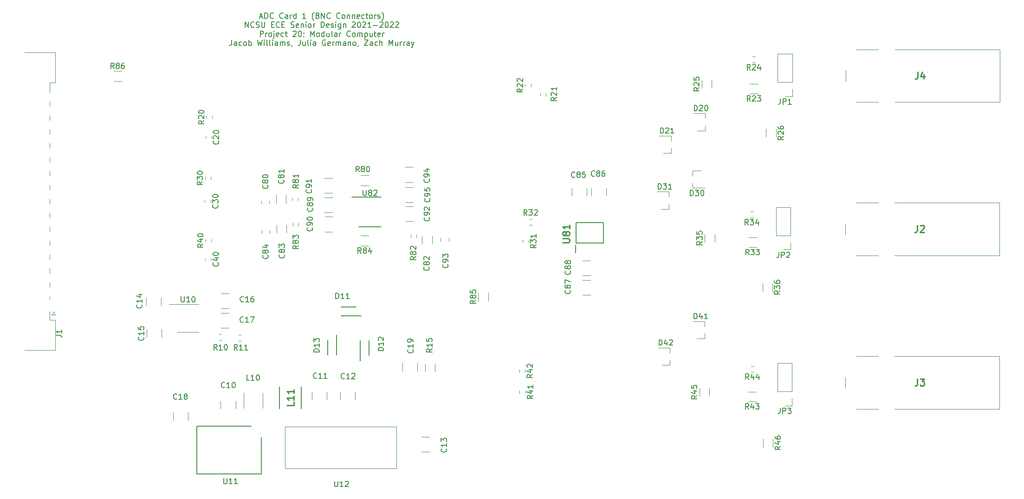
<source format=gto>
G04 #@! TF.GenerationSoftware,KiCad,Pcbnew,(5.1.10)-1*
G04 #@! TF.CreationDate,2022-03-21T21:51:29-04:00*
G04 #@! TF.ProjectId,MC-ADC,4d432d41-4443-42e6-9b69-6361645f7063,rev?*
G04 #@! TF.SameCoordinates,Original*
G04 #@! TF.FileFunction,Legend,Top*
G04 #@! TF.FilePolarity,Positive*
%FSLAX46Y46*%
G04 Gerber Fmt 4.6, Leading zero omitted, Abs format (unit mm)*
G04 Created by KiCad (PCBNEW (5.1.10)-1) date 2022-03-21 21:51:29*
%MOMM*%
%LPD*%
G01*
G04 APERTURE LIST*
%ADD10C,0.150000*%
%ADD11C,0.120000*%
%ADD12C,0.200000*%
%ADD13C,0.100000*%
%ADD14C,0.254000*%
G04 APERTURE END LIST*
D10*
X112103996Y-57506126D02*
X112580186Y-57506126D01*
X112008758Y-57791840D02*
X112342091Y-56791840D01*
X112675424Y-57791840D01*
X113008758Y-57791840D02*
X113008758Y-56791840D01*
X113246853Y-56791840D01*
X113389710Y-56839460D01*
X113484948Y-56934698D01*
X113532567Y-57029936D01*
X113580186Y-57220412D01*
X113580186Y-57363269D01*
X113532567Y-57553745D01*
X113484948Y-57648983D01*
X113389710Y-57744221D01*
X113246853Y-57791840D01*
X113008758Y-57791840D01*
X114580186Y-57696602D02*
X114532567Y-57744221D01*
X114389710Y-57791840D01*
X114294472Y-57791840D01*
X114151615Y-57744221D01*
X114056377Y-57648983D01*
X114008758Y-57553745D01*
X113961139Y-57363269D01*
X113961139Y-57220412D01*
X114008758Y-57029936D01*
X114056377Y-56934698D01*
X114151615Y-56839460D01*
X114294472Y-56791840D01*
X114389710Y-56791840D01*
X114532567Y-56839460D01*
X114580186Y-56887079D01*
X116342091Y-57696602D02*
X116294472Y-57744221D01*
X116151615Y-57791840D01*
X116056377Y-57791840D01*
X115913520Y-57744221D01*
X115818281Y-57648983D01*
X115770662Y-57553745D01*
X115723043Y-57363269D01*
X115723043Y-57220412D01*
X115770662Y-57029936D01*
X115818281Y-56934698D01*
X115913520Y-56839460D01*
X116056377Y-56791840D01*
X116151615Y-56791840D01*
X116294472Y-56839460D01*
X116342091Y-56887079D01*
X117199234Y-57791840D02*
X117199234Y-57268031D01*
X117151615Y-57172793D01*
X117056377Y-57125174D01*
X116865900Y-57125174D01*
X116770662Y-57172793D01*
X117199234Y-57744221D02*
X117103996Y-57791840D01*
X116865900Y-57791840D01*
X116770662Y-57744221D01*
X116723043Y-57648983D01*
X116723043Y-57553745D01*
X116770662Y-57458507D01*
X116865900Y-57410888D01*
X117103996Y-57410888D01*
X117199234Y-57363269D01*
X117675424Y-57791840D02*
X117675424Y-57125174D01*
X117675424Y-57315650D02*
X117723043Y-57220412D01*
X117770662Y-57172793D01*
X117865900Y-57125174D01*
X117961139Y-57125174D01*
X118723043Y-57791840D02*
X118723043Y-56791840D01*
X118723043Y-57744221D02*
X118627805Y-57791840D01*
X118437329Y-57791840D01*
X118342091Y-57744221D01*
X118294472Y-57696602D01*
X118246853Y-57601364D01*
X118246853Y-57315650D01*
X118294472Y-57220412D01*
X118342091Y-57172793D01*
X118437329Y-57125174D01*
X118627805Y-57125174D01*
X118723043Y-57172793D01*
X120484948Y-57791840D02*
X119913520Y-57791840D01*
X120199234Y-57791840D02*
X120199234Y-56791840D01*
X120103996Y-56934698D01*
X120008758Y-57029936D01*
X119913520Y-57077555D01*
X121961139Y-58172793D02*
X121913520Y-58125174D01*
X121818281Y-57982317D01*
X121770662Y-57887079D01*
X121723043Y-57744221D01*
X121675424Y-57506126D01*
X121675424Y-57315650D01*
X121723043Y-57077555D01*
X121770662Y-56934698D01*
X121818281Y-56839460D01*
X121913520Y-56696602D01*
X121961139Y-56648983D01*
X122675424Y-57268031D02*
X122818281Y-57315650D01*
X122865900Y-57363269D01*
X122913520Y-57458507D01*
X122913520Y-57601364D01*
X122865900Y-57696602D01*
X122818281Y-57744221D01*
X122723043Y-57791840D01*
X122342091Y-57791840D01*
X122342091Y-56791840D01*
X122675424Y-56791840D01*
X122770662Y-56839460D01*
X122818281Y-56887079D01*
X122865900Y-56982317D01*
X122865900Y-57077555D01*
X122818281Y-57172793D01*
X122770662Y-57220412D01*
X122675424Y-57268031D01*
X122342091Y-57268031D01*
X123342091Y-57791840D02*
X123342091Y-56791840D01*
X123913520Y-57791840D01*
X123913520Y-56791840D01*
X124961139Y-57696602D02*
X124913520Y-57744221D01*
X124770662Y-57791840D01*
X124675424Y-57791840D01*
X124532567Y-57744221D01*
X124437329Y-57648983D01*
X124389710Y-57553745D01*
X124342091Y-57363269D01*
X124342091Y-57220412D01*
X124389710Y-57029936D01*
X124437329Y-56934698D01*
X124532567Y-56839460D01*
X124675424Y-56791840D01*
X124770662Y-56791840D01*
X124913520Y-56839460D01*
X124961139Y-56887079D01*
X126723043Y-57696602D02*
X126675424Y-57744221D01*
X126532567Y-57791840D01*
X126437329Y-57791840D01*
X126294472Y-57744221D01*
X126199234Y-57648983D01*
X126151615Y-57553745D01*
X126103996Y-57363269D01*
X126103996Y-57220412D01*
X126151615Y-57029936D01*
X126199234Y-56934698D01*
X126294472Y-56839460D01*
X126437329Y-56791840D01*
X126532567Y-56791840D01*
X126675424Y-56839460D01*
X126723043Y-56887079D01*
X127294472Y-57791840D02*
X127199234Y-57744221D01*
X127151615Y-57696602D01*
X127103996Y-57601364D01*
X127103996Y-57315650D01*
X127151615Y-57220412D01*
X127199234Y-57172793D01*
X127294472Y-57125174D01*
X127437329Y-57125174D01*
X127532567Y-57172793D01*
X127580186Y-57220412D01*
X127627805Y-57315650D01*
X127627805Y-57601364D01*
X127580186Y-57696602D01*
X127532567Y-57744221D01*
X127437329Y-57791840D01*
X127294472Y-57791840D01*
X128056377Y-57125174D02*
X128056377Y-57791840D01*
X128056377Y-57220412D02*
X128103996Y-57172793D01*
X128199234Y-57125174D01*
X128342091Y-57125174D01*
X128437329Y-57172793D01*
X128484948Y-57268031D01*
X128484948Y-57791840D01*
X128961139Y-57125174D02*
X128961139Y-57791840D01*
X128961139Y-57220412D02*
X129008758Y-57172793D01*
X129103996Y-57125174D01*
X129246853Y-57125174D01*
X129342091Y-57172793D01*
X129389710Y-57268031D01*
X129389710Y-57791840D01*
X130246853Y-57744221D02*
X130151615Y-57791840D01*
X129961139Y-57791840D01*
X129865900Y-57744221D01*
X129818281Y-57648983D01*
X129818281Y-57268031D01*
X129865900Y-57172793D01*
X129961139Y-57125174D01*
X130151615Y-57125174D01*
X130246853Y-57172793D01*
X130294472Y-57268031D01*
X130294472Y-57363269D01*
X129818281Y-57458507D01*
X131151615Y-57744221D02*
X131056377Y-57791840D01*
X130865900Y-57791840D01*
X130770662Y-57744221D01*
X130723043Y-57696602D01*
X130675424Y-57601364D01*
X130675424Y-57315650D01*
X130723043Y-57220412D01*
X130770662Y-57172793D01*
X130865900Y-57125174D01*
X131056377Y-57125174D01*
X131151615Y-57172793D01*
X131437329Y-57125174D02*
X131818281Y-57125174D01*
X131580186Y-56791840D02*
X131580186Y-57648983D01*
X131627805Y-57744221D01*
X131723043Y-57791840D01*
X131818281Y-57791840D01*
X132294472Y-57791840D02*
X132199234Y-57744221D01*
X132151615Y-57696602D01*
X132103996Y-57601364D01*
X132103996Y-57315650D01*
X132151615Y-57220412D01*
X132199234Y-57172793D01*
X132294472Y-57125174D01*
X132437329Y-57125174D01*
X132532567Y-57172793D01*
X132580186Y-57220412D01*
X132627805Y-57315650D01*
X132627805Y-57601364D01*
X132580186Y-57696602D01*
X132532567Y-57744221D01*
X132437329Y-57791840D01*
X132294472Y-57791840D01*
X133056377Y-57791840D02*
X133056377Y-57125174D01*
X133056377Y-57315650D02*
X133103996Y-57220412D01*
X133151615Y-57172793D01*
X133246853Y-57125174D01*
X133342091Y-57125174D01*
X133627805Y-57744221D02*
X133723043Y-57791840D01*
X133913520Y-57791840D01*
X134008758Y-57744221D01*
X134056377Y-57648983D01*
X134056377Y-57601364D01*
X134008758Y-57506126D01*
X133913520Y-57458507D01*
X133770662Y-57458507D01*
X133675424Y-57410888D01*
X133627805Y-57315650D01*
X133627805Y-57268031D01*
X133675424Y-57172793D01*
X133770662Y-57125174D01*
X133913520Y-57125174D01*
X134008758Y-57172793D01*
X134389710Y-58172793D02*
X134437329Y-58125174D01*
X134532567Y-57982317D01*
X134580186Y-57887079D01*
X134627805Y-57744221D01*
X134675424Y-57506126D01*
X134675424Y-57315650D01*
X134627805Y-57077555D01*
X134580186Y-56934698D01*
X134532567Y-56839460D01*
X134437329Y-56696602D01*
X134389710Y-56648983D01*
X109437329Y-59441840D02*
X109437329Y-58441840D01*
X110008758Y-59441840D01*
X110008758Y-58441840D01*
X111056377Y-59346602D02*
X111008758Y-59394221D01*
X110865900Y-59441840D01*
X110770662Y-59441840D01*
X110627805Y-59394221D01*
X110532567Y-59298983D01*
X110484948Y-59203745D01*
X110437329Y-59013269D01*
X110437329Y-58870412D01*
X110484948Y-58679936D01*
X110532567Y-58584698D01*
X110627805Y-58489460D01*
X110770662Y-58441840D01*
X110865900Y-58441840D01*
X111008758Y-58489460D01*
X111056377Y-58537079D01*
X111437329Y-59394221D02*
X111580186Y-59441840D01*
X111818281Y-59441840D01*
X111913520Y-59394221D01*
X111961139Y-59346602D01*
X112008758Y-59251364D01*
X112008758Y-59156126D01*
X111961139Y-59060888D01*
X111913520Y-59013269D01*
X111818281Y-58965650D01*
X111627805Y-58918031D01*
X111532567Y-58870412D01*
X111484948Y-58822793D01*
X111437329Y-58727555D01*
X111437329Y-58632317D01*
X111484948Y-58537079D01*
X111532567Y-58489460D01*
X111627805Y-58441840D01*
X111865900Y-58441840D01*
X112008758Y-58489460D01*
X112437329Y-58441840D02*
X112437329Y-59251364D01*
X112484948Y-59346602D01*
X112532567Y-59394221D01*
X112627805Y-59441840D01*
X112818281Y-59441840D01*
X112913520Y-59394221D01*
X112961139Y-59346602D01*
X113008758Y-59251364D01*
X113008758Y-58441840D01*
X114246853Y-58918031D02*
X114580186Y-58918031D01*
X114723043Y-59441840D02*
X114246853Y-59441840D01*
X114246853Y-58441840D01*
X114723043Y-58441840D01*
X115723043Y-59346602D02*
X115675424Y-59394221D01*
X115532567Y-59441840D01*
X115437329Y-59441840D01*
X115294472Y-59394221D01*
X115199234Y-59298983D01*
X115151615Y-59203745D01*
X115103996Y-59013269D01*
X115103996Y-58870412D01*
X115151615Y-58679936D01*
X115199234Y-58584698D01*
X115294472Y-58489460D01*
X115437329Y-58441840D01*
X115532567Y-58441840D01*
X115675424Y-58489460D01*
X115723043Y-58537079D01*
X116151615Y-58918031D02*
X116484948Y-58918031D01*
X116627805Y-59441840D02*
X116151615Y-59441840D01*
X116151615Y-58441840D01*
X116627805Y-58441840D01*
X117770662Y-59394221D02*
X117913520Y-59441840D01*
X118151615Y-59441840D01*
X118246853Y-59394221D01*
X118294472Y-59346602D01*
X118342091Y-59251364D01*
X118342091Y-59156126D01*
X118294472Y-59060888D01*
X118246853Y-59013269D01*
X118151615Y-58965650D01*
X117961139Y-58918031D01*
X117865900Y-58870412D01*
X117818281Y-58822793D01*
X117770662Y-58727555D01*
X117770662Y-58632317D01*
X117818281Y-58537079D01*
X117865900Y-58489460D01*
X117961139Y-58441840D01*
X118199234Y-58441840D01*
X118342091Y-58489460D01*
X119151615Y-59394221D02*
X119056377Y-59441840D01*
X118865900Y-59441840D01*
X118770662Y-59394221D01*
X118723043Y-59298983D01*
X118723043Y-58918031D01*
X118770662Y-58822793D01*
X118865900Y-58775174D01*
X119056377Y-58775174D01*
X119151615Y-58822793D01*
X119199234Y-58918031D01*
X119199234Y-59013269D01*
X118723043Y-59108507D01*
X119627805Y-58775174D02*
X119627805Y-59441840D01*
X119627805Y-58870412D02*
X119675424Y-58822793D01*
X119770662Y-58775174D01*
X119913520Y-58775174D01*
X120008758Y-58822793D01*
X120056377Y-58918031D01*
X120056377Y-59441840D01*
X120532567Y-59441840D02*
X120532567Y-58775174D01*
X120532567Y-58441840D02*
X120484948Y-58489460D01*
X120532567Y-58537079D01*
X120580186Y-58489460D01*
X120532567Y-58441840D01*
X120532567Y-58537079D01*
X121151615Y-59441840D02*
X121056377Y-59394221D01*
X121008758Y-59346602D01*
X120961139Y-59251364D01*
X120961139Y-58965650D01*
X121008758Y-58870412D01*
X121056377Y-58822793D01*
X121151615Y-58775174D01*
X121294472Y-58775174D01*
X121389710Y-58822793D01*
X121437329Y-58870412D01*
X121484948Y-58965650D01*
X121484948Y-59251364D01*
X121437329Y-59346602D01*
X121389710Y-59394221D01*
X121294472Y-59441840D01*
X121151615Y-59441840D01*
X121913520Y-59441840D02*
X121913520Y-58775174D01*
X121913520Y-58965650D02*
X121961139Y-58870412D01*
X122008758Y-58822793D01*
X122103996Y-58775174D01*
X122199234Y-58775174D01*
X123294472Y-59441840D02*
X123294472Y-58441840D01*
X123532567Y-58441840D01*
X123675424Y-58489460D01*
X123770662Y-58584698D01*
X123818281Y-58679936D01*
X123865900Y-58870412D01*
X123865900Y-59013269D01*
X123818281Y-59203745D01*
X123770662Y-59298983D01*
X123675424Y-59394221D01*
X123532567Y-59441840D01*
X123294472Y-59441840D01*
X124675424Y-59394221D02*
X124580186Y-59441840D01*
X124389710Y-59441840D01*
X124294472Y-59394221D01*
X124246853Y-59298983D01*
X124246853Y-58918031D01*
X124294472Y-58822793D01*
X124389710Y-58775174D01*
X124580186Y-58775174D01*
X124675424Y-58822793D01*
X124723043Y-58918031D01*
X124723043Y-59013269D01*
X124246853Y-59108507D01*
X125103996Y-59394221D02*
X125199234Y-59441840D01*
X125389710Y-59441840D01*
X125484948Y-59394221D01*
X125532567Y-59298983D01*
X125532567Y-59251364D01*
X125484948Y-59156126D01*
X125389710Y-59108507D01*
X125246853Y-59108507D01*
X125151615Y-59060888D01*
X125103996Y-58965650D01*
X125103996Y-58918031D01*
X125151615Y-58822793D01*
X125246853Y-58775174D01*
X125389710Y-58775174D01*
X125484948Y-58822793D01*
X125961139Y-59441840D02*
X125961139Y-58775174D01*
X125961139Y-58441840D02*
X125913520Y-58489460D01*
X125961139Y-58537079D01*
X126008758Y-58489460D01*
X125961139Y-58441840D01*
X125961139Y-58537079D01*
X126865900Y-58775174D02*
X126865900Y-59584698D01*
X126818281Y-59679936D01*
X126770662Y-59727555D01*
X126675424Y-59775174D01*
X126532567Y-59775174D01*
X126437329Y-59727555D01*
X126865900Y-59394221D02*
X126770662Y-59441840D01*
X126580186Y-59441840D01*
X126484948Y-59394221D01*
X126437329Y-59346602D01*
X126389710Y-59251364D01*
X126389710Y-58965650D01*
X126437329Y-58870412D01*
X126484948Y-58822793D01*
X126580186Y-58775174D01*
X126770662Y-58775174D01*
X126865900Y-58822793D01*
X127342091Y-58775174D02*
X127342091Y-59441840D01*
X127342091Y-58870412D02*
X127389710Y-58822793D01*
X127484948Y-58775174D01*
X127627805Y-58775174D01*
X127723043Y-58822793D01*
X127770662Y-58918031D01*
X127770662Y-59441840D01*
X128961139Y-58537079D02*
X129008758Y-58489460D01*
X129103996Y-58441840D01*
X129342091Y-58441840D01*
X129437329Y-58489460D01*
X129484948Y-58537079D01*
X129532567Y-58632317D01*
X129532567Y-58727555D01*
X129484948Y-58870412D01*
X128913520Y-59441840D01*
X129532567Y-59441840D01*
X130151615Y-58441840D02*
X130246853Y-58441840D01*
X130342091Y-58489460D01*
X130389710Y-58537079D01*
X130437329Y-58632317D01*
X130484948Y-58822793D01*
X130484948Y-59060888D01*
X130437329Y-59251364D01*
X130389710Y-59346602D01*
X130342091Y-59394221D01*
X130246853Y-59441840D01*
X130151615Y-59441840D01*
X130056377Y-59394221D01*
X130008758Y-59346602D01*
X129961139Y-59251364D01*
X129913520Y-59060888D01*
X129913520Y-58822793D01*
X129961139Y-58632317D01*
X130008758Y-58537079D01*
X130056377Y-58489460D01*
X130151615Y-58441840D01*
X130865900Y-58537079D02*
X130913520Y-58489460D01*
X131008758Y-58441840D01*
X131246853Y-58441840D01*
X131342091Y-58489460D01*
X131389710Y-58537079D01*
X131437329Y-58632317D01*
X131437329Y-58727555D01*
X131389710Y-58870412D01*
X130818281Y-59441840D01*
X131437329Y-59441840D01*
X132389710Y-59441840D02*
X131818281Y-59441840D01*
X132103996Y-59441840D02*
X132103996Y-58441840D01*
X132008758Y-58584698D01*
X131913520Y-58679936D01*
X131818281Y-58727555D01*
X132818281Y-59060888D02*
X133580186Y-59060888D01*
X134008758Y-58537079D02*
X134056377Y-58489460D01*
X134151615Y-58441840D01*
X134389710Y-58441840D01*
X134484948Y-58489460D01*
X134532567Y-58537079D01*
X134580186Y-58632317D01*
X134580186Y-58727555D01*
X134532567Y-58870412D01*
X133961139Y-59441840D01*
X134580186Y-59441840D01*
X135199234Y-58441840D02*
X135294472Y-58441840D01*
X135389710Y-58489460D01*
X135437329Y-58537079D01*
X135484948Y-58632317D01*
X135532567Y-58822793D01*
X135532567Y-59060888D01*
X135484948Y-59251364D01*
X135437329Y-59346602D01*
X135389710Y-59394221D01*
X135294472Y-59441840D01*
X135199234Y-59441840D01*
X135103996Y-59394221D01*
X135056377Y-59346602D01*
X135008758Y-59251364D01*
X134961139Y-59060888D01*
X134961139Y-58822793D01*
X135008758Y-58632317D01*
X135056377Y-58537079D01*
X135103996Y-58489460D01*
X135199234Y-58441840D01*
X135913520Y-58537079D02*
X135961139Y-58489460D01*
X136056377Y-58441840D01*
X136294472Y-58441840D01*
X136389710Y-58489460D01*
X136437329Y-58537079D01*
X136484948Y-58632317D01*
X136484948Y-58727555D01*
X136437329Y-58870412D01*
X135865900Y-59441840D01*
X136484948Y-59441840D01*
X136865900Y-58537079D02*
X136913520Y-58489460D01*
X137008758Y-58441840D01*
X137246853Y-58441840D01*
X137342091Y-58489460D01*
X137389710Y-58537079D01*
X137437329Y-58632317D01*
X137437329Y-58727555D01*
X137389710Y-58870412D01*
X136818281Y-59441840D01*
X137437329Y-59441840D01*
X112175424Y-61091840D02*
X112175424Y-60091840D01*
X112556377Y-60091840D01*
X112651615Y-60139460D01*
X112699234Y-60187079D01*
X112746853Y-60282317D01*
X112746853Y-60425174D01*
X112699234Y-60520412D01*
X112651615Y-60568031D01*
X112556377Y-60615650D01*
X112175424Y-60615650D01*
X113175424Y-61091840D02*
X113175424Y-60425174D01*
X113175424Y-60615650D02*
X113223043Y-60520412D01*
X113270662Y-60472793D01*
X113365900Y-60425174D01*
X113461139Y-60425174D01*
X113937329Y-61091840D02*
X113842091Y-61044221D01*
X113794472Y-60996602D01*
X113746853Y-60901364D01*
X113746853Y-60615650D01*
X113794472Y-60520412D01*
X113842091Y-60472793D01*
X113937329Y-60425174D01*
X114080186Y-60425174D01*
X114175424Y-60472793D01*
X114223043Y-60520412D01*
X114270662Y-60615650D01*
X114270662Y-60901364D01*
X114223043Y-60996602D01*
X114175424Y-61044221D01*
X114080186Y-61091840D01*
X113937329Y-61091840D01*
X114699234Y-60425174D02*
X114699234Y-61282317D01*
X114651615Y-61377555D01*
X114556377Y-61425174D01*
X114508758Y-61425174D01*
X114699234Y-60091840D02*
X114651615Y-60139460D01*
X114699234Y-60187079D01*
X114746853Y-60139460D01*
X114699234Y-60091840D01*
X114699234Y-60187079D01*
X115556377Y-61044221D02*
X115461139Y-61091840D01*
X115270662Y-61091840D01*
X115175424Y-61044221D01*
X115127805Y-60948983D01*
X115127805Y-60568031D01*
X115175424Y-60472793D01*
X115270662Y-60425174D01*
X115461139Y-60425174D01*
X115556377Y-60472793D01*
X115603996Y-60568031D01*
X115603996Y-60663269D01*
X115127805Y-60758507D01*
X116461139Y-61044221D02*
X116365900Y-61091840D01*
X116175424Y-61091840D01*
X116080186Y-61044221D01*
X116032567Y-60996602D01*
X115984948Y-60901364D01*
X115984948Y-60615650D01*
X116032567Y-60520412D01*
X116080186Y-60472793D01*
X116175424Y-60425174D01*
X116365900Y-60425174D01*
X116461139Y-60472793D01*
X116746853Y-60425174D02*
X117127805Y-60425174D01*
X116889710Y-60091840D02*
X116889710Y-60948983D01*
X116937329Y-61044221D01*
X117032567Y-61091840D01*
X117127805Y-61091840D01*
X118175424Y-60187079D02*
X118223043Y-60139460D01*
X118318281Y-60091840D01*
X118556377Y-60091840D01*
X118651615Y-60139460D01*
X118699234Y-60187079D01*
X118746853Y-60282317D01*
X118746853Y-60377555D01*
X118699234Y-60520412D01*
X118127805Y-61091840D01*
X118746853Y-61091840D01*
X119365900Y-60091840D02*
X119461139Y-60091840D01*
X119556377Y-60139460D01*
X119603996Y-60187079D01*
X119651615Y-60282317D01*
X119699234Y-60472793D01*
X119699234Y-60710888D01*
X119651615Y-60901364D01*
X119603996Y-60996602D01*
X119556377Y-61044221D01*
X119461139Y-61091840D01*
X119365900Y-61091840D01*
X119270662Y-61044221D01*
X119223043Y-60996602D01*
X119175424Y-60901364D01*
X119127805Y-60710888D01*
X119127805Y-60472793D01*
X119175424Y-60282317D01*
X119223043Y-60187079D01*
X119270662Y-60139460D01*
X119365900Y-60091840D01*
X120127805Y-60996602D02*
X120175424Y-61044221D01*
X120127805Y-61091840D01*
X120080186Y-61044221D01*
X120127805Y-60996602D01*
X120127805Y-61091840D01*
X120127805Y-60472793D02*
X120175424Y-60520412D01*
X120127805Y-60568031D01*
X120080186Y-60520412D01*
X120127805Y-60472793D01*
X120127805Y-60568031D01*
X121365900Y-61091840D02*
X121365900Y-60091840D01*
X121699234Y-60806126D01*
X122032567Y-60091840D01*
X122032567Y-61091840D01*
X122651615Y-61091840D02*
X122556377Y-61044221D01*
X122508758Y-60996602D01*
X122461139Y-60901364D01*
X122461139Y-60615650D01*
X122508758Y-60520412D01*
X122556377Y-60472793D01*
X122651615Y-60425174D01*
X122794472Y-60425174D01*
X122889710Y-60472793D01*
X122937329Y-60520412D01*
X122984948Y-60615650D01*
X122984948Y-60901364D01*
X122937329Y-60996602D01*
X122889710Y-61044221D01*
X122794472Y-61091840D01*
X122651615Y-61091840D01*
X123842091Y-61091840D02*
X123842091Y-60091840D01*
X123842091Y-61044221D02*
X123746853Y-61091840D01*
X123556377Y-61091840D01*
X123461139Y-61044221D01*
X123413520Y-60996602D01*
X123365900Y-60901364D01*
X123365900Y-60615650D01*
X123413520Y-60520412D01*
X123461139Y-60472793D01*
X123556377Y-60425174D01*
X123746853Y-60425174D01*
X123842091Y-60472793D01*
X124746853Y-60425174D02*
X124746853Y-61091840D01*
X124318281Y-60425174D02*
X124318281Y-60948983D01*
X124365900Y-61044221D01*
X124461139Y-61091840D01*
X124603996Y-61091840D01*
X124699234Y-61044221D01*
X124746853Y-60996602D01*
X125365900Y-61091840D02*
X125270662Y-61044221D01*
X125223043Y-60948983D01*
X125223043Y-60091840D01*
X126175424Y-61091840D02*
X126175424Y-60568031D01*
X126127805Y-60472793D01*
X126032567Y-60425174D01*
X125842091Y-60425174D01*
X125746853Y-60472793D01*
X126175424Y-61044221D02*
X126080186Y-61091840D01*
X125842091Y-61091840D01*
X125746853Y-61044221D01*
X125699234Y-60948983D01*
X125699234Y-60853745D01*
X125746853Y-60758507D01*
X125842091Y-60710888D01*
X126080186Y-60710888D01*
X126175424Y-60663269D01*
X126651615Y-61091840D02*
X126651615Y-60425174D01*
X126651615Y-60615650D02*
X126699234Y-60520412D01*
X126746853Y-60472793D01*
X126842091Y-60425174D01*
X126937329Y-60425174D01*
X128603996Y-60996602D02*
X128556377Y-61044221D01*
X128413520Y-61091840D01*
X128318281Y-61091840D01*
X128175424Y-61044221D01*
X128080186Y-60948983D01*
X128032567Y-60853745D01*
X127984948Y-60663269D01*
X127984948Y-60520412D01*
X128032567Y-60329936D01*
X128080186Y-60234698D01*
X128175424Y-60139460D01*
X128318281Y-60091840D01*
X128413520Y-60091840D01*
X128556377Y-60139460D01*
X128603996Y-60187079D01*
X129175424Y-61091840D02*
X129080186Y-61044221D01*
X129032567Y-60996602D01*
X128984948Y-60901364D01*
X128984948Y-60615650D01*
X129032567Y-60520412D01*
X129080186Y-60472793D01*
X129175424Y-60425174D01*
X129318281Y-60425174D01*
X129413520Y-60472793D01*
X129461139Y-60520412D01*
X129508758Y-60615650D01*
X129508758Y-60901364D01*
X129461139Y-60996602D01*
X129413520Y-61044221D01*
X129318281Y-61091840D01*
X129175424Y-61091840D01*
X129937329Y-61091840D02*
X129937329Y-60425174D01*
X129937329Y-60520412D02*
X129984948Y-60472793D01*
X130080186Y-60425174D01*
X130223043Y-60425174D01*
X130318281Y-60472793D01*
X130365900Y-60568031D01*
X130365900Y-61091840D01*
X130365900Y-60568031D02*
X130413520Y-60472793D01*
X130508758Y-60425174D01*
X130651615Y-60425174D01*
X130746853Y-60472793D01*
X130794472Y-60568031D01*
X130794472Y-61091840D01*
X131270662Y-60425174D02*
X131270662Y-61425174D01*
X131270662Y-60472793D02*
X131365900Y-60425174D01*
X131556377Y-60425174D01*
X131651615Y-60472793D01*
X131699234Y-60520412D01*
X131746853Y-60615650D01*
X131746853Y-60901364D01*
X131699234Y-60996602D01*
X131651615Y-61044221D01*
X131556377Y-61091840D01*
X131365900Y-61091840D01*
X131270662Y-61044221D01*
X132603996Y-60425174D02*
X132603996Y-61091840D01*
X132175424Y-60425174D02*
X132175424Y-60948983D01*
X132223043Y-61044221D01*
X132318281Y-61091840D01*
X132461139Y-61091840D01*
X132556377Y-61044221D01*
X132603996Y-60996602D01*
X132937329Y-60425174D02*
X133318281Y-60425174D01*
X133080186Y-60091840D02*
X133080186Y-60948983D01*
X133127805Y-61044221D01*
X133223043Y-61091840D01*
X133318281Y-61091840D01*
X134032567Y-61044221D02*
X133937329Y-61091840D01*
X133746853Y-61091840D01*
X133651615Y-61044221D01*
X133603996Y-60948983D01*
X133603996Y-60568031D01*
X133651615Y-60472793D01*
X133746853Y-60425174D01*
X133937329Y-60425174D01*
X134032567Y-60472793D01*
X134080186Y-60568031D01*
X134080186Y-60663269D01*
X133603996Y-60758507D01*
X134508758Y-61091840D02*
X134508758Y-60425174D01*
X134508758Y-60615650D02*
X134556377Y-60520412D01*
X134603996Y-60472793D01*
X134699234Y-60425174D01*
X134794472Y-60425174D01*
X106961139Y-61741840D02*
X106961139Y-62456126D01*
X106913520Y-62598983D01*
X106818281Y-62694221D01*
X106675424Y-62741840D01*
X106580186Y-62741840D01*
X107865900Y-62741840D02*
X107865900Y-62218031D01*
X107818281Y-62122793D01*
X107723043Y-62075174D01*
X107532567Y-62075174D01*
X107437329Y-62122793D01*
X107865900Y-62694221D02*
X107770662Y-62741840D01*
X107532567Y-62741840D01*
X107437329Y-62694221D01*
X107389710Y-62598983D01*
X107389710Y-62503745D01*
X107437329Y-62408507D01*
X107532567Y-62360888D01*
X107770662Y-62360888D01*
X107865900Y-62313269D01*
X108770662Y-62694221D02*
X108675424Y-62741840D01*
X108484948Y-62741840D01*
X108389710Y-62694221D01*
X108342091Y-62646602D01*
X108294472Y-62551364D01*
X108294472Y-62265650D01*
X108342091Y-62170412D01*
X108389710Y-62122793D01*
X108484948Y-62075174D01*
X108675424Y-62075174D01*
X108770662Y-62122793D01*
X109342091Y-62741840D02*
X109246853Y-62694221D01*
X109199234Y-62646602D01*
X109151615Y-62551364D01*
X109151615Y-62265650D01*
X109199234Y-62170412D01*
X109246853Y-62122793D01*
X109342091Y-62075174D01*
X109484948Y-62075174D01*
X109580186Y-62122793D01*
X109627805Y-62170412D01*
X109675424Y-62265650D01*
X109675424Y-62551364D01*
X109627805Y-62646602D01*
X109580186Y-62694221D01*
X109484948Y-62741840D01*
X109342091Y-62741840D01*
X110103996Y-62741840D02*
X110103996Y-61741840D01*
X110103996Y-62122793D02*
X110199234Y-62075174D01*
X110389710Y-62075174D01*
X110484948Y-62122793D01*
X110532567Y-62170412D01*
X110580186Y-62265650D01*
X110580186Y-62551364D01*
X110532567Y-62646602D01*
X110484948Y-62694221D01*
X110389710Y-62741840D01*
X110199234Y-62741840D01*
X110103996Y-62694221D01*
X111675424Y-61741840D02*
X111913520Y-62741840D01*
X112103996Y-62027555D01*
X112294472Y-62741840D01*
X112532567Y-61741840D01*
X112913520Y-62741840D02*
X112913520Y-62075174D01*
X112913520Y-61741840D02*
X112865900Y-61789460D01*
X112913520Y-61837079D01*
X112961139Y-61789460D01*
X112913520Y-61741840D01*
X112913520Y-61837079D01*
X113532567Y-62741840D02*
X113437329Y-62694221D01*
X113389710Y-62598983D01*
X113389710Y-61741840D01*
X114056377Y-62741840D02*
X113961139Y-62694221D01*
X113913520Y-62598983D01*
X113913520Y-61741840D01*
X114437329Y-62741840D02*
X114437329Y-62075174D01*
X114437329Y-61741840D02*
X114389710Y-61789460D01*
X114437329Y-61837079D01*
X114484948Y-61789460D01*
X114437329Y-61741840D01*
X114437329Y-61837079D01*
X115342091Y-62741840D02*
X115342091Y-62218031D01*
X115294472Y-62122793D01*
X115199234Y-62075174D01*
X115008758Y-62075174D01*
X114913520Y-62122793D01*
X115342091Y-62694221D02*
X115246853Y-62741840D01*
X115008758Y-62741840D01*
X114913520Y-62694221D01*
X114865900Y-62598983D01*
X114865900Y-62503745D01*
X114913520Y-62408507D01*
X115008758Y-62360888D01*
X115246853Y-62360888D01*
X115342091Y-62313269D01*
X115818281Y-62741840D02*
X115818281Y-62075174D01*
X115818281Y-62170412D02*
X115865900Y-62122793D01*
X115961139Y-62075174D01*
X116103996Y-62075174D01*
X116199234Y-62122793D01*
X116246853Y-62218031D01*
X116246853Y-62741840D01*
X116246853Y-62218031D02*
X116294472Y-62122793D01*
X116389710Y-62075174D01*
X116532567Y-62075174D01*
X116627805Y-62122793D01*
X116675424Y-62218031D01*
X116675424Y-62741840D01*
X117103996Y-62694221D02*
X117199234Y-62741840D01*
X117389710Y-62741840D01*
X117484948Y-62694221D01*
X117532567Y-62598983D01*
X117532567Y-62551364D01*
X117484948Y-62456126D01*
X117389710Y-62408507D01*
X117246853Y-62408507D01*
X117151615Y-62360888D01*
X117103996Y-62265650D01*
X117103996Y-62218031D01*
X117151615Y-62122793D01*
X117246853Y-62075174D01*
X117389710Y-62075174D01*
X117484948Y-62122793D01*
X118008758Y-62694221D02*
X118008758Y-62741840D01*
X117961139Y-62837079D01*
X117913520Y-62884698D01*
X119484948Y-61741840D02*
X119484948Y-62456126D01*
X119437329Y-62598983D01*
X119342091Y-62694221D01*
X119199234Y-62741840D01*
X119103996Y-62741840D01*
X120389710Y-62075174D02*
X120389710Y-62741840D01*
X119961139Y-62075174D02*
X119961139Y-62598983D01*
X120008758Y-62694221D01*
X120103996Y-62741840D01*
X120246853Y-62741840D01*
X120342091Y-62694221D01*
X120389710Y-62646602D01*
X121008758Y-62741840D02*
X120913520Y-62694221D01*
X120865900Y-62598983D01*
X120865900Y-61741840D01*
X121389710Y-62741840D02*
X121389710Y-62075174D01*
X121389710Y-61741840D02*
X121342091Y-61789460D01*
X121389710Y-61837079D01*
X121437329Y-61789460D01*
X121389710Y-61741840D01*
X121389710Y-61837079D01*
X122294472Y-62741840D02*
X122294472Y-62218031D01*
X122246853Y-62122793D01*
X122151615Y-62075174D01*
X121961139Y-62075174D01*
X121865900Y-62122793D01*
X122294472Y-62694221D02*
X122199234Y-62741840D01*
X121961139Y-62741840D01*
X121865900Y-62694221D01*
X121818281Y-62598983D01*
X121818281Y-62503745D01*
X121865900Y-62408507D01*
X121961139Y-62360888D01*
X122199234Y-62360888D01*
X122294472Y-62313269D01*
X124056377Y-61789460D02*
X123961139Y-61741840D01*
X123818281Y-61741840D01*
X123675424Y-61789460D01*
X123580186Y-61884698D01*
X123532567Y-61979936D01*
X123484948Y-62170412D01*
X123484948Y-62313269D01*
X123532567Y-62503745D01*
X123580186Y-62598983D01*
X123675424Y-62694221D01*
X123818281Y-62741840D01*
X123913520Y-62741840D01*
X124056377Y-62694221D01*
X124103996Y-62646602D01*
X124103996Y-62313269D01*
X123913520Y-62313269D01*
X124913520Y-62694221D02*
X124818281Y-62741840D01*
X124627805Y-62741840D01*
X124532567Y-62694221D01*
X124484948Y-62598983D01*
X124484948Y-62218031D01*
X124532567Y-62122793D01*
X124627805Y-62075174D01*
X124818281Y-62075174D01*
X124913520Y-62122793D01*
X124961139Y-62218031D01*
X124961139Y-62313269D01*
X124484948Y-62408507D01*
X125389710Y-62741840D02*
X125389710Y-62075174D01*
X125389710Y-62265650D02*
X125437329Y-62170412D01*
X125484948Y-62122793D01*
X125580186Y-62075174D01*
X125675424Y-62075174D01*
X126008758Y-62741840D02*
X126008758Y-62075174D01*
X126008758Y-62170412D02*
X126056377Y-62122793D01*
X126151615Y-62075174D01*
X126294472Y-62075174D01*
X126389710Y-62122793D01*
X126437329Y-62218031D01*
X126437329Y-62741840D01*
X126437329Y-62218031D02*
X126484948Y-62122793D01*
X126580186Y-62075174D01*
X126723043Y-62075174D01*
X126818281Y-62122793D01*
X126865900Y-62218031D01*
X126865900Y-62741840D01*
X127770662Y-62741840D02*
X127770662Y-62218031D01*
X127723043Y-62122793D01*
X127627805Y-62075174D01*
X127437329Y-62075174D01*
X127342091Y-62122793D01*
X127770662Y-62694221D02*
X127675424Y-62741840D01*
X127437329Y-62741840D01*
X127342091Y-62694221D01*
X127294472Y-62598983D01*
X127294472Y-62503745D01*
X127342091Y-62408507D01*
X127437329Y-62360888D01*
X127675424Y-62360888D01*
X127770662Y-62313269D01*
X128246853Y-62075174D02*
X128246853Y-62741840D01*
X128246853Y-62170412D02*
X128294472Y-62122793D01*
X128389710Y-62075174D01*
X128532567Y-62075174D01*
X128627805Y-62122793D01*
X128675424Y-62218031D01*
X128675424Y-62741840D01*
X129294472Y-62741840D02*
X129199234Y-62694221D01*
X129151615Y-62646602D01*
X129103996Y-62551364D01*
X129103996Y-62265650D01*
X129151615Y-62170412D01*
X129199234Y-62122793D01*
X129294472Y-62075174D01*
X129437329Y-62075174D01*
X129532567Y-62122793D01*
X129580186Y-62170412D01*
X129627805Y-62265650D01*
X129627805Y-62551364D01*
X129580186Y-62646602D01*
X129532567Y-62694221D01*
X129437329Y-62741840D01*
X129294472Y-62741840D01*
X130103996Y-62694221D02*
X130103996Y-62741840D01*
X130056377Y-62837079D01*
X130008758Y-62884698D01*
X131199234Y-61741840D02*
X131865900Y-61741840D01*
X131199234Y-62741840D01*
X131865900Y-62741840D01*
X132675424Y-62741840D02*
X132675424Y-62218031D01*
X132627805Y-62122793D01*
X132532567Y-62075174D01*
X132342091Y-62075174D01*
X132246853Y-62122793D01*
X132675424Y-62694221D02*
X132580186Y-62741840D01*
X132342091Y-62741840D01*
X132246853Y-62694221D01*
X132199234Y-62598983D01*
X132199234Y-62503745D01*
X132246853Y-62408507D01*
X132342091Y-62360888D01*
X132580186Y-62360888D01*
X132675424Y-62313269D01*
X133580186Y-62694221D02*
X133484948Y-62741840D01*
X133294472Y-62741840D01*
X133199234Y-62694221D01*
X133151615Y-62646602D01*
X133103996Y-62551364D01*
X133103996Y-62265650D01*
X133151615Y-62170412D01*
X133199234Y-62122793D01*
X133294472Y-62075174D01*
X133484948Y-62075174D01*
X133580186Y-62122793D01*
X134008758Y-62741840D02*
X134008758Y-61741840D01*
X134437329Y-62741840D02*
X134437329Y-62218031D01*
X134389710Y-62122793D01*
X134294472Y-62075174D01*
X134151615Y-62075174D01*
X134056377Y-62122793D01*
X134008758Y-62170412D01*
X135675424Y-62741840D02*
X135675424Y-61741840D01*
X136008758Y-62456126D01*
X136342091Y-61741840D01*
X136342091Y-62741840D01*
X137246853Y-62075174D02*
X137246853Y-62741840D01*
X136818281Y-62075174D02*
X136818281Y-62598983D01*
X136865900Y-62694221D01*
X136961139Y-62741840D01*
X137103996Y-62741840D01*
X137199234Y-62694221D01*
X137246853Y-62646602D01*
X137723043Y-62741840D02*
X137723043Y-62075174D01*
X137723043Y-62265650D02*
X137770662Y-62170412D01*
X137818281Y-62122793D01*
X137913520Y-62075174D01*
X138008758Y-62075174D01*
X138342091Y-62741840D02*
X138342091Y-62075174D01*
X138342091Y-62265650D02*
X138389710Y-62170412D01*
X138437329Y-62122793D01*
X138532567Y-62075174D01*
X138627805Y-62075174D01*
X139389710Y-62741840D02*
X139389710Y-62218031D01*
X139342091Y-62122793D01*
X139246853Y-62075174D01*
X139056377Y-62075174D01*
X138961139Y-62122793D01*
X139389710Y-62694221D02*
X139294472Y-62741840D01*
X139056377Y-62741840D01*
X138961139Y-62694221D01*
X138913520Y-62598983D01*
X138913520Y-62503745D01*
X138961139Y-62408507D01*
X139056377Y-62360888D01*
X139294472Y-62360888D01*
X139389710Y-62313269D01*
X139770662Y-62075174D02*
X140008758Y-62741840D01*
X140246853Y-62075174D02*
X140008758Y-62741840D01*
X139913520Y-62979936D01*
X139865900Y-63027555D01*
X139770662Y-63075174D01*
D11*
X142257100Y-120811936D02*
X142257100Y-122266064D01*
X144077100Y-120811936D02*
X144077100Y-122266064D01*
D12*
X124475340Y-116500920D02*
X124475340Y-119200920D01*
X126075340Y-115525920D02*
X126075340Y-119200920D01*
X132016400Y-119312680D02*
X132016400Y-116612680D01*
X130416400Y-120287680D02*
X130416400Y-116612680D01*
X129653020Y-110467240D02*
X126953020Y-110467240D01*
X130628020Y-112067240D02*
X126953020Y-112067240D01*
D11*
X140816160Y-122184212D02*
X140816160Y-120761708D01*
X138096160Y-122184212D02*
X138096160Y-120761708D01*
X186896280Y-121092080D02*
X185436280Y-121092080D01*
X186896280Y-117932080D02*
X184736280Y-117932080D01*
X186896280Y-117932080D02*
X186896280Y-118862080D01*
X186896280Y-121092080D02*
X186896280Y-120162080D01*
X193284380Y-116263540D02*
X191824380Y-116263540D01*
X193284380Y-113103540D02*
X191124380Y-113103540D01*
X193284380Y-113103540D02*
X193284380Y-114033540D01*
X193284380Y-116263540D02*
X193284380Y-115333540D01*
X186751500Y-92580580D02*
X185291500Y-92580580D01*
X186751500Y-89420580D02*
X184591500Y-89420580D01*
X186751500Y-89420580D02*
X186751500Y-90350580D01*
X186751500Y-92580580D02*
X186751500Y-91650580D01*
X191083660Y-85605500D02*
X192543660Y-85605500D01*
X191083660Y-88765500D02*
X193243660Y-88765500D01*
X191083660Y-88765500D02*
X191083660Y-87835500D01*
X191083660Y-85605500D02*
X191083660Y-86535500D01*
X187135040Y-82387560D02*
X185675040Y-82387560D01*
X187135040Y-79227560D02*
X184975040Y-79227560D01*
X187135040Y-79227560D02*
X187135040Y-80157560D01*
X187135040Y-82387560D02*
X187135040Y-81457560D01*
X193330100Y-78270220D02*
X191870100Y-78270220D01*
X193330100Y-75110220D02*
X191170100Y-75110220D01*
X193330100Y-75110220D02*
X193330100Y-76040220D01*
X193330100Y-78270220D02*
X193330100Y-77340220D01*
D13*
X227950760Y-63485360D02*
X247050760Y-63485360D01*
X247050760Y-63485360D02*
X247050760Y-73085360D01*
X247050760Y-73085360D02*
X227950760Y-73085360D01*
X218950760Y-67285360D02*
X218950760Y-69285360D01*
X220950760Y-63485360D02*
X224950760Y-63485360D01*
X220950760Y-73085360D02*
X224950760Y-73085360D01*
X227894880Y-119472040D02*
X246994880Y-119472040D01*
X246994880Y-119472040D02*
X246994880Y-129072040D01*
X246994880Y-129072040D02*
X227894880Y-129072040D01*
X218894880Y-123272040D02*
X218894880Y-125272040D01*
X220894880Y-119472040D02*
X224894880Y-119472040D01*
X220894880Y-129072040D02*
X224894880Y-129072040D01*
X227879640Y-91455840D02*
X246979640Y-91455840D01*
X246979640Y-91455840D02*
X246979640Y-101055840D01*
X246979640Y-101055840D02*
X227879640Y-101055840D01*
X218879640Y-95255840D02*
X218879640Y-97255840D01*
X220879640Y-91455840D02*
X224879640Y-91455840D01*
X220879640Y-101055840D02*
X224879640Y-101055840D01*
D11*
X99011740Y-115064220D02*
X100961740Y-115064220D01*
X99011740Y-115064220D02*
X97061740Y-115064220D01*
X99011740Y-109944220D02*
X100961740Y-109944220D01*
X99011740Y-109944220D02*
X95561740Y-109944220D01*
X138663628Y-88601720D02*
X140086132Y-88601720D01*
X138663628Y-91321720D02*
X140086132Y-91321720D01*
X138653468Y-84954280D02*
X140075972Y-84954280D01*
X138653468Y-87674280D02*
X140075972Y-87674280D01*
X138676328Y-92086600D02*
X140098832Y-92086600D01*
X138676328Y-94806600D02*
X140098832Y-94806600D01*
X125312752Y-89630080D02*
X123890248Y-89630080D01*
X125312752Y-86910080D02*
X123890248Y-86910080D01*
X125379532Y-96734460D02*
X123957028Y-96734460D01*
X125379532Y-94014460D02*
X123957028Y-94014460D01*
X125356672Y-93186080D02*
X123934168Y-93186080D01*
X125356672Y-90466080D02*
X123934168Y-90466080D01*
X172402552Y-104702440D02*
X170980048Y-104702440D01*
X172402552Y-101982440D02*
X170980048Y-101982440D01*
X172402552Y-108253360D02*
X170980048Y-108253360D01*
X172402552Y-105533360D02*
X170980048Y-105533360D01*
X172569040Y-90180212D02*
X172569040Y-88757708D01*
X175289040Y-90180212D02*
X175289040Y-88757708D01*
X168997800Y-90190372D02*
X168997800Y-88767868D01*
X171717800Y-90190372D02*
X171717800Y-88767868D01*
X85424656Y-69228380D02*
X86878784Y-69228380D01*
X85424656Y-67408380D02*
X86878784Y-67408380D01*
D10*
X130204460Y-95844740D02*
X134204460Y-95844740D01*
X128929460Y-90444740D02*
X134204460Y-90444740D01*
D12*
X169762800Y-98778940D02*
X169762800Y-95078940D01*
X169762800Y-95078940D02*
X174762800Y-95078940D01*
X174762800Y-95078940D02*
X174762800Y-98778940D01*
X174762800Y-98778940D02*
X169762800Y-98778940D01*
X169737800Y-100578940D02*
X169737800Y-99128940D01*
D11*
X136989820Y-132316220D02*
X119209820Y-132316220D01*
X136989820Y-139936220D02*
X136989820Y-132316220D01*
X116669820Y-139936220D02*
X136989820Y-139936220D01*
X116669820Y-132316220D02*
X116669820Y-139936220D01*
X119209820Y-132316220D02*
X116669820Y-132316220D01*
D10*
X110491420Y-132244680D02*
X100591420Y-132244680D01*
X112391420Y-134244680D02*
X112391420Y-140944680D01*
X112391420Y-140944680D02*
X100591420Y-140944680D01*
X100591420Y-140944680D02*
X100591420Y-132244680D01*
D11*
X151944660Y-109342544D02*
X151944660Y-107888416D01*
X153764660Y-109342544D02*
X153764660Y-107888416D01*
X131966324Y-99296900D02*
X130512196Y-99296900D01*
X131966324Y-97476900D02*
X130512196Y-97476900D01*
X119196380Y-95170222D02*
X119196380Y-95644738D01*
X118151380Y-95170222D02*
X118151380Y-95644738D01*
X140654300Y-97298742D02*
X140654300Y-97773258D01*
X139609300Y-97298742D02*
X139609300Y-97773258D01*
X118062480Y-91031598D02*
X118062480Y-90557082D01*
X119107480Y-91031598D02*
X119107480Y-90557082D01*
X131991724Y-88273300D02*
X130537596Y-88273300D01*
X131991724Y-86453300D02*
X130537596Y-86453300D01*
X205715280Y-134563496D02*
X205715280Y-136017624D01*
X203895280Y-134563496D02*
X203895280Y-136017624D01*
X192297640Y-126756784D02*
X192297640Y-125302656D01*
X194117640Y-126756784D02*
X194117640Y-125302656D01*
X202179958Y-122345980D02*
X201705442Y-122345980D01*
X202179958Y-121300980D02*
X201705442Y-121300980D01*
X202636744Y-127767760D02*
X201182616Y-127767760D01*
X202636744Y-125947760D02*
X201182616Y-125947760D01*
X160496780Y-121918962D02*
X160496780Y-122393478D01*
X159451780Y-121918962D02*
X159451780Y-122393478D01*
X160532340Y-125744202D02*
X160532340Y-126218718D01*
X159487340Y-125744202D02*
X159487340Y-126218718D01*
X102205260Y-98580978D02*
X102205260Y-98106462D01*
X103250260Y-98580978D02*
X103250260Y-98106462D01*
X205613680Y-106135816D02*
X205613680Y-107589944D01*
X203793680Y-106135816D02*
X203793680Y-107589944D01*
X193252680Y-98613584D02*
X193252680Y-97159456D01*
X195072680Y-98613584D02*
X195072680Y-97159456D01*
X202096138Y-94116420D02*
X201621622Y-94116420D01*
X202096138Y-93071420D02*
X201621622Y-93071420D01*
X202707864Y-99594080D02*
X201253736Y-99594080D01*
X202707864Y-97774080D02*
X201253736Y-97774080D01*
X161725378Y-95508340D02*
X161250862Y-95508340D01*
X161725378Y-94463340D02*
X161250862Y-94463340D01*
X161124160Y-98233462D02*
X161124160Y-98707978D01*
X160079160Y-98233462D02*
X160079160Y-98707978D01*
X102123980Y-87186538D02*
X102123980Y-86712022D01*
X103168980Y-87186538D02*
X103168980Y-86712022D01*
X206274080Y-77967216D02*
X206274080Y-79421344D01*
X204454080Y-77967216D02*
X204454080Y-79421344D01*
X192724360Y-70511024D02*
X192724360Y-69056896D01*
X194544360Y-70511024D02*
X194544360Y-69056896D01*
X202459358Y-65825900D02*
X201984842Y-65825900D01*
X202459358Y-64780900D02*
X201984842Y-64780900D01*
X202949164Y-71544860D02*
X201495036Y-71544860D01*
X202949164Y-69724860D02*
X201495036Y-69724860D01*
X160493180Y-70252358D02*
X160493180Y-69777842D01*
X161538180Y-70252358D02*
X161538180Y-69777842D01*
X163251620Y-71956698D02*
X163251620Y-71482182D01*
X164296620Y-71956698D02*
X164296620Y-71482182D01*
X102372900Y-76044058D02*
X102372900Y-75569542D01*
X103417900Y-76044058D02*
X103417900Y-75569542D01*
X108202462Y-115580900D02*
X108676978Y-115580900D01*
X108202462Y-116625900D02*
X108676978Y-116625900D01*
X104641882Y-115492000D02*
X105116398Y-115492000D01*
X104641882Y-116537000D02*
X105116398Y-116537000D01*
D12*
X119708680Y-129007620D02*
X119708680Y-125007620D01*
X115708680Y-125007620D02*
X115708680Y-129007620D01*
D11*
X112621640Y-126177628D02*
X112621640Y-128950132D01*
X109201640Y-126177628D02*
X109201640Y-128950132D01*
X209180740Y-120742400D02*
X206520740Y-120742400D01*
X209180740Y-125882400D02*
X209180740Y-120742400D01*
X206520740Y-125882400D02*
X206520740Y-120742400D01*
X209180740Y-125882400D02*
X206520740Y-125882400D01*
X209180740Y-127152400D02*
X209180740Y-128482400D01*
X209180740Y-128482400D02*
X207850740Y-128482400D01*
X208942640Y-92265160D02*
X206282640Y-92265160D01*
X208942640Y-97405160D02*
X208942640Y-92265160D01*
X206282640Y-97405160D02*
X206282640Y-92265160D01*
X208942640Y-97405160D02*
X206282640Y-97405160D01*
X208942640Y-98675160D02*
X208942640Y-100005160D01*
X208942640Y-100005160D02*
X207612640Y-100005160D01*
X209221380Y-64265500D02*
X206561380Y-64265500D01*
X209221380Y-69405500D02*
X209221380Y-64265500D01*
X206561380Y-69405500D02*
X206561380Y-64265500D01*
X209221380Y-69405500D02*
X206561380Y-69405500D01*
X209221380Y-70675500D02*
X209221380Y-72005500D01*
X209221380Y-72005500D02*
X207891380Y-72005500D01*
X69228680Y-118393460D02*
X74788680Y-118393460D01*
X74788680Y-118393460D02*
X74788680Y-112873460D01*
X74788680Y-112873460D02*
X73788680Y-112873460D01*
X69228680Y-63973460D02*
X74788680Y-63973460D01*
X74788680Y-63973460D02*
X74788680Y-69493460D01*
X74788680Y-69493460D02*
X73788680Y-69493460D01*
X73788680Y-112873460D02*
X73788680Y-111328460D01*
X73788680Y-109138460D02*
X73788680Y-108562460D01*
X73788680Y-106823460D02*
X73788680Y-106022460D01*
X73788680Y-104283460D02*
X73788680Y-103482460D01*
X73788680Y-101743460D02*
X73788680Y-100942460D01*
X73788680Y-99203460D02*
X73788680Y-98402460D01*
X73788680Y-96663460D02*
X73788680Y-95862460D01*
X73788680Y-94123460D02*
X73788680Y-93322460D01*
X73788680Y-91583460D02*
X73788680Y-90782460D01*
X73788680Y-89043460D02*
X73788680Y-88242460D01*
X73788680Y-86503460D02*
X73788680Y-85702460D01*
X73788680Y-83963460D02*
X73788680Y-83162460D01*
X73788680Y-81423460D02*
X73788680Y-80622460D01*
X73788680Y-78883460D02*
X73788680Y-78082460D01*
X73788680Y-76343460D02*
X73788680Y-75542460D01*
X73788680Y-73803460D02*
X73788680Y-73002460D01*
X73788680Y-71263460D02*
X73788680Y-69493460D01*
X74528680Y-111328460D02*
X74228680Y-111928460D01*
X74228680Y-111928460D02*
X74828680Y-111928460D01*
X74828680Y-111928460D02*
X74528680Y-111328460D01*
X146571640Y-97899588D02*
X146571640Y-98422092D01*
X145101640Y-97899588D02*
X145101640Y-98422092D01*
X112437240Y-97012392D02*
X112437240Y-96489888D01*
X113907240Y-97012392D02*
X113907240Y-96489888D01*
X116967680Y-95490508D02*
X116967680Y-96913012D01*
X115147680Y-95490508D02*
X115147680Y-96913012D01*
X143510680Y-97518168D02*
X143510680Y-98940672D01*
X141690680Y-97518168D02*
X141690680Y-98940672D01*
X115079100Y-91479952D02*
X115079100Y-90057448D01*
X116899100Y-91479952D02*
X116899100Y-90057448D01*
X112350880Y-91574252D02*
X112350880Y-91051748D01*
X113820880Y-91574252D02*
X113820880Y-91051748D01*
X103192040Y-101611820D02*
X103192040Y-101892980D01*
X102172040Y-101611820D02*
X102172040Y-101892980D01*
X103118380Y-91040340D02*
X103118380Y-91321500D01*
X102098380Y-91040340D02*
X102098380Y-91321500D01*
X103250460Y-79353800D02*
X103250460Y-79634960D01*
X102230460Y-79353800D02*
X102230460Y-79634960D01*
X96290300Y-131158032D02*
X96290300Y-129735528D01*
X99010300Y-131158032D02*
X99010300Y-129735528D01*
X105025668Y-111598880D02*
X106448172Y-111598880D01*
X105025668Y-114318880D02*
X106448172Y-114318880D01*
X105041648Y-108058120D02*
X106464152Y-108058120D01*
X105041648Y-110778120D02*
X106464152Y-110778120D01*
X94224940Y-114531088D02*
X94224940Y-115953592D01*
X91504940Y-114531088D02*
X91504940Y-115953592D01*
X91398260Y-110192872D02*
X91398260Y-108770368D01*
X94118260Y-110192872D02*
X94118260Y-108770368D01*
X141601668Y-134220120D02*
X143024172Y-134220120D01*
X141601668Y-136940120D02*
X143024172Y-136940120D01*
X129480140Y-125996648D02*
X129480140Y-127419152D01*
X126760140Y-125996648D02*
X126760140Y-127419152D01*
X124346800Y-126019508D02*
X124346800Y-127442012D01*
X121626800Y-126019508D02*
X121626800Y-127442012D01*
X107694560Y-127642568D02*
X107694560Y-129065072D01*
X104974560Y-127642568D02*
X104974560Y-129065072D01*
D10*
X143520420Y-118105157D02*
X143044230Y-118438490D01*
X143520420Y-118676585D02*
X142520420Y-118676585D01*
X142520420Y-118295633D01*
X142568040Y-118200395D01*
X142615659Y-118152776D01*
X142710897Y-118105157D01*
X142853754Y-118105157D01*
X142948992Y-118152776D01*
X142996611Y-118200395D01*
X143044230Y-118295633D01*
X143044230Y-118676585D01*
X143520420Y-117152776D02*
X143520420Y-117724204D01*
X143520420Y-117438490D02*
X142520420Y-117438490D01*
X142663278Y-117533728D01*
X142758516Y-117628966D01*
X142806135Y-117724204D01*
X142520420Y-116248014D02*
X142520420Y-116724204D01*
X142996611Y-116771823D01*
X142948992Y-116724204D01*
X142901373Y-116628966D01*
X142901373Y-116390871D01*
X142948992Y-116295633D01*
X142996611Y-116248014D01*
X143091849Y-116200395D01*
X143329944Y-116200395D01*
X143425182Y-116248014D01*
X143472801Y-116295633D01*
X143520420Y-116390871D01*
X143520420Y-116628966D01*
X143472801Y-116724204D01*
X143425182Y-116771823D01*
X122948960Y-118704525D02*
X121948960Y-118704525D01*
X121948960Y-118466430D01*
X121996580Y-118323573D01*
X122091818Y-118228335D01*
X122187056Y-118180716D01*
X122377532Y-118133097D01*
X122520389Y-118133097D01*
X122710865Y-118180716D01*
X122806103Y-118228335D01*
X122901341Y-118323573D01*
X122948960Y-118466430D01*
X122948960Y-118704525D01*
X122948960Y-117180716D02*
X122948960Y-117752144D01*
X122948960Y-117466430D02*
X121948960Y-117466430D01*
X122091818Y-117561668D01*
X122187056Y-117656906D01*
X122234675Y-117752144D01*
X121948960Y-116847382D02*
X121948960Y-116228335D01*
X122329913Y-116561668D01*
X122329913Y-116418811D01*
X122377532Y-116323573D01*
X122425151Y-116275954D01*
X122520389Y-116228335D01*
X122758484Y-116228335D01*
X122853722Y-116275954D01*
X122901341Y-116323573D01*
X122948960Y-116418811D01*
X122948960Y-116704525D01*
X122901341Y-116799763D01*
X122853722Y-116847382D01*
X134693920Y-118445445D02*
X133693920Y-118445445D01*
X133693920Y-118207350D01*
X133741540Y-118064493D01*
X133836778Y-117969255D01*
X133932016Y-117921636D01*
X134122492Y-117874017D01*
X134265349Y-117874017D01*
X134455825Y-117921636D01*
X134551063Y-117969255D01*
X134646301Y-118064493D01*
X134693920Y-118207350D01*
X134693920Y-118445445D01*
X134693920Y-116921636D02*
X134693920Y-117493064D01*
X134693920Y-117207350D02*
X133693920Y-117207350D01*
X133836778Y-117302588D01*
X133932016Y-117397826D01*
X133979635Y-117493064D01*
X133789159Y-116540683D02*
X133741540Y-116493064D01*
X133693920Y-116397826D01*
X133693920Y-116159731D01*
X133741540Y-116064493D01*
X133789159Y-116016874D01*
X133884397Y-115969255D01*
X133979635Y-115969255D01*
X134122492Y-116016874D01*
X134693920Y-116588302D01*
X134693920Y-115969255D01*
X125968594Y-108958640D02*
X125968594Y-107958640D01*
X126206689Y-107958640D01*
X126349546Y-108006260D01*
X126444784Y-108101498D01*
X126492403Y-108196736D01*
X126540022Y-108387212D01*
X126540022Y-108530069D01*
X126492403Y-108720545D01*
X126444784Y-108815783D01*
X126349546Y-108911021D01*
X126206689Y-108958640D01*
X125968594Y-108958640D01*
X127492403Y-108958640D02*
X126920975Y-108958640D01*
X127206689Y-108958640D02*
X127206689Y-107958640D01*
X127111451Y-108101498D01*
X127016213Y-108196736D01*
X126920975Y-108244355D01*
X128444784Y-108958640D02*
X127873356Y-108958640D01*
X128159070Y-108958640D02*
X128159070Y-107958640D01*
X128063832Y-108101498D01*
X127968594Y-108196736D01*
X127873356Y-108244355D01*
X139986022Y-118247397D02*
X140033641Y-118295016D01*
X140081260Y-118437873D01*
X140081260Y-118533111D01*
X140033641Y-118675968D01*
X139938403Y-118771206D01*
X139843165Y-118818825D01*
X139652689Y-118866444D01*
X139509832Y-118866444D01*
X139319356Y-118818825D01*
X139224118Y-118771206D01*
X139128880Y-118675968D01*
X139081260Y-118533111D01*
X139081260Y-118437873D01*
X139128880Y-118295016D01*
X139176499Y-118247397D01*
X140081260Y-117295016D02*
X140081260Y-117866444D01*
X140081260Y-117580730D02*
X139081260Y-117580730D01*
X139224118Y-117675968D01*
X139319356Y-117771206D01*
X139366975Y-117866444D01*
X140081260Y-116818825D02*
X140081260Y-116628349D01*
X140033641Y-116533111D01*
X139986022Y-116485492D01*
X139843165Y-116390254D01*
X139652689Y-116342635D01*
X139271737Y-116342635D01*
X139176499Y-116390254D01*
X139128880Y-116437873D01*
X139081260Y-116533111D01*
X139081260Y-116723587D01*
X139128880Y-116818825D01*
X139176499Y-116866444D01*
X139271737Y-116914063D01*
X139509832Y-116914063D01*
X139605070Y-116866444D01*
X139652689Y-116818825D01*
X139700308Y-116723587D01*
X139700308Y-116533111D01*
X139652689Y-116437873D01*
X139605070Y-116390254D01*
X139509832Y-116342635D01*
X184921994Y-117464460D02*
X184921994Y-116464460D01*
X185160089Y-116464460D01*
X185302946Y-116512080D01*
X185398184Y-116607318D01*
X185445803Y-116702556D01*
X185493422Y-116893032D01*
X185493422Y-117035889D01*
X185445803Y-117226365D01*
X185398184Y-117321603D01*
X185302946Y-117416841D01*
X185160089Y-117464460D01*
X184921994Y-117464460D01*
X186350565Y-116797794D02*
X186350565Y-117464460D01*
X186112470Y-116416841D02*
X185874375Y-117131127D01*
X186493422Y-117131127D01*
X186826756Y-116559699D02*
X186874375Y-116512080D01*
X186969613Y-116464460D01*
X187207708Y-116464460D01*
X187302946Y-116512080D01*
X187350565Y-116559699D01*
X187398184Y-116654937D01*
X187398184Y-116750175D01*
X187350565Y-116893032D01*
X186779137Y-117464460D01*
X187398184Y-117464460D01*
X191310094Y-112635920D02*
X191310094Y-111635920D01*
X191548189Y-111635920D01*
X191691046Y-111683540D01*
X191786284Y-111778778D01*
X191833903Y-111874016D01*
X191881522Y-112064492D01*
X191881522Y-112207349D01*
X191833903Y-112397825D01*
X191786284Y-112493063D01*
X191691046Y-112588301D01*
X191548189Y-112635920D01*
X191310094Y-112635920D01*
X192738665Y-111969254D02*
X192738665Y-112635920D01*
X192500570Y-111588301D02*
X192262475Y-112302587D01*
X192881522Y-112302587D01*
X193786284Y-112635920D02*
X193214856Y-112635920D01*
X193500570Y-112635920D02*
X193500570Y-111635920D01*
X193405332Y-111778778D01*
X193310094Y-111874016D01*
X193214856Y-111921635D01*
X184777214Y-88952960D02*
X184777214Y-87952960D01*
X185015309Y-87952960D01*
X185158166Y-88000580D01*
X185253404Y-88095818D01*
X185301023Y-88191056D01*
X185348642Y-88381532D01*
X185348642Y-88524389D01*
X185301023Y-88714865D01*
X185253404Y-88810103D01*
X185158166Y-88905341D01*
X185015309Y-88952960D01*
X184777214Y-88952960D01*
X185681976Y-87952960D02*
X186301023Y-87952960D01*
X185967690Y-88333913D01*
X186110547Y-88333913D01*
X186205785Y-88381532D01*
X186253404Y-88429151D01*
X186301023Y-88524389D01*
X186301023Y-88762484D01*
X186253404Y-88857722D01*
X186205785Y-88905341D01*
X186110547Y-88952960D01*
X185824833Y-88952960D01*
X185729595Y-88905341D01*
X185681976Y-88857722D01*
X187253404Y-88952960D02*
X186681976Y-88952960D01*
X186967690Y-88952960D02*
X186967690Y-87952960D01*
X186872452Y-88095818D01*
X186777214Y-88191056D01*
X186681976Y-88238675D01*
X190629374Y-90137880D02*
X190629374Y-89137880D01*
X190867469Y-89137880D01*
X191010326Y-89185500D01*
X191105564Y-89280738D01*
X191153183Y-89375976D01*
X191200802Y-89566452D01*
X191200802Y-89709309D01*
X191153183Y-89899785D01*
X191105564Y-89995023D01*
X191010326Y-90090261D01*
X190867469Y-90137880D01*
X190629374Y-90137880D01*
X191534136Y-89137880D02*
X192153183Y-89137880D01*
X191819850Y-89518833D01*
X191962707Y-89518833D01*
X192057945Y-89566452D01*
X192105564Y-89614071D01*
X192153183Y-89709309D01*
X192153183Y-89947404D01*
X192105564Y-90042642D01*
X192057945Y-90090261D01*
X191962707Y-90137880D01*
X191676993Y-90137880D01*
X191581755Y-90090261D01*
X191534136Y-90042642D01*
X192772231Y-89137880D02*
X192867469Y-89137880D01*
X192962707Y-89185500D01*
X193010326Y-89233119D01*
X193057945Y-89328357D01*
X193105564Y-89518833D01*
X193105564Y-89756928D01*
X193057945Y-89947404D01*
X193010326Y-90042642D01*
X192962707Y-90090261D01*
X192867469Y-90137880D01*
X192772231Y-90137880D01*
X192676993Y-90090261D01*
X192629374Y-90042642D01*
X192581755Y-89947404D01*
X192534136Y-89756928D01*
X192534136Y-89518833D01*
X192581755Y-89328357D01*
X192629374Y-89233119D01*
X192676993Y-89185500D01*
X192772231Y-89137880D01*
X185160754Y-78759940D02*
X185160754Y-77759940D01*
X185398849Y-77759940D01*
X185541706Y-77807560D01*
X185636944Y-77902798D01*
X185684563Y-77998036D01*
X185732182Y-78188512D01*
X185732182Y-78331369D01*
X185684563Y-78521845D01*
X185636944Y-78617083D01*
X185541706Y-78712321D01*
X185398849Y-78759940D01*
X185160754Y-78759940D01*
X186113135Y-77855179D02*
X186160754Y-77807560D01*
X186255992Y-77759940D01*
X186494087Y-77759940D01*
X186589325Y-77807560D01*
X186636944Y-77855179D01*
X186684563Y-77950417D01*
X186684563Y-78045655D01*
X186636944Y-78188512D01*
X186065516Y-78759940D01*
X186684563Y-78759940D01*
X187636944Y-78759940D02*
X187065516Y-78759940D01*
X187351230Y-78759940D02*
X187351230Y-77759940D01*
X187255992Y-77902798D01*
X187160754Y-77998036D01*
X187065516Y-78045655D01*
X191355814Y-74642600D02*
X191355814Y-73642600D01*
X191593909Y-73642600D01*
X191736766Y-73690220D01*
X191832004Y-73785458D01*
X191879623Y-73880696D01*
X191927242Y-74071172D01*
X191927242Y-74214029D01*
X191879623Y-74404505D01*
X191832004Y-74499743D01*
X191736766Y-74594981D01*
X191593909Y-74642600D01*
X191355814Y-74642600D01*
X192308195Y-73737839D02*
X192355814Y-73690220D01*
X192451052Y-73642600D01*
X192689147Y-73642600D01*
X192784385Y-73690220D01*
X192832004Y-73737839D01*
X192879623Y-73833077D01*
X192879623Y-73928315D01*
X192832004Y-74071172D01*
X192260576Y-74642600D01*
X192879623Y-74642600D01*
X193498671Y-73642600D02*
X193593909Y-73642600D01*
X193689147Y-73690220D01*
X193736766Y-73737839D01*
X193784385Y-73833077D01*
X193832004Y-74023553D01*
X193832004Y-74261648D01*
X193784385Y-74452124D01*
X193736766Y-74547362D01*
X193689147Y-74594981D01*
X193593909Y-74642600D01*
X193498671Y-74642600D01*
X193403433Y-74594981D01*
X193355814Y-74547362D01*
X193308195Y-74452124D01*
X193260576Y-74261648D01*
X193260576Y-74023553D01*
X193308195Y-73833077D01*
X193355814Y-73737839D01*
X193403433Y-73690220D01*
X193498671Y-73642600D01*
D14*
X232098426Y-67589883D02*
X232098426Y-68497026D01*
X232037950Y-68678455D01*
X231916998Y-68799407D01*
X231735569Y-68859883D01*
X231614617Y-68859883D01*
X233247474Y-68013217D02*
X233247474Y-68859883D01*
X232945093Y-67529407D02*
X232642712Y-68436550D01*
X233428902Y-68436550D01*
X232042546Y-123576563D02*
X232042546Y-124483706D01*
X231982070Y-124665135D01*
X231861118Y-124786087D01*
X231679689Y-124846563D01*
X231558737Y-124846563D01*
X232526356Y-123576563D02*
X233312546Y-123576563D01*
X232889213Y-124060373D01*
X233070641Y-124060373D01*
X233191594Y-124120849D01*
X233252070Y-124181325D01*
X233312546Y-124302278D01*
X233312546Y-124604659D01*
X233252070Y-124725611D01*
X233191594Y-124786087D01*
X233070641Y-124846563D01*
X232707784Y-124846563D01*
X232586832Y-124786087D01*
X232526356Y-124725611D01*
X232027306Y-95560363D02*
X232027306Y-96467506D01*
X231966830Y-96648935D01*
X231845878Y-96769887D01*
X231664449Y-96830363D01*
X231543497Y-96830363D01*
X232571592Y-95681316D02*
X232632068Y-95620840D01*
X232753020Y-95560363D01*
X233055401Y-95560363D01*
X233176354Y-95620840D01*
X233236830Y-95681316D01*
X233297306Y-95802268D01*
X233297306Y-95923220D01*
X233236830Y-96104649D01*
X232511116Y-96830363D01*
X233297306Y-96830363D01*
D10*
X97773644Y-108556600D02*
X97773644Y-109366124D01*
X97821263Y-109461362D01*
X97868882Y-109508981D01*
X97964120Y-109556600D01*
X98154597Y-109556600D01*
X98249835Y-109508981D01*
X98297454Y-109461362D01*
X98345073Y-109366124D01*
X98345073Y-108556600D01*
X99345073Y-109556600D02*
X98773644Y-109556600D01*
X99059359Y-109556600D02*
X99059359Y-108556600D01*
X98964120Y-108699458D01*
X98868882Y-108794696D01*
X98773644Y-108842315D01*
X99964120Y-108556600D02*
X100059359Y-108556600D01*
X100154597Y-108604220D01*
X100202216Y-108651839D01*
X100249835Y-108747077D01*
X100297454Y-108937553D01*
X100297454Y-109175648D01*
X100249835Y-109366124D01*
X100202216Y-109461362D01*
X100154597Y-109508981D01*
X100059359Y-109556600D01*
X99964120Y-109556600D01*
X99868882Y-109508981D01*
X99821263Y-109461362D01*
X99773644Y-109366124D01*
X99726025Y-109175648D01*
X99726025Y-108937553D01*
X99773644Y-108747077D01*
X99821263Y-108651839D01*
X99868882Y-108604220D01*
X99964120Y-108556600D01*
X143057622Y-90652837D02*
X143105241Y-90700456D01*
X143152860Y-90843313D01*
X143152860Y-90938551D01*
X143105241Y-91081408D01*
X143010003Y-91176646D01*
X142914765Y-91224265D01*
X142724289Y-91271884D01*
X142581432Y-91271884D01*
X142390956Y-91224265D01*
X142295718Y-91176646D01*
X142200480Y-91081408D01*
X142152860Y-90938551D01*
X142152860Y-90843313D01*
X142200480Y-90700456D01*
X142248099Y-90652837D01*
X143152860Y-90176646D02*
X143152860Y-89986170D01*
X143105241Y-89890932D01*
X143057622Y-89843313D01*
X142914765Y-89748075D01*
X142724289Y-89700456D01*
X142343337Y-89700456D01*
X142248099Y-89748075D01*
X142200480Y-89795694D01*
X142152860Y-89890932D01*
X142152860Y-90081408D01*
X142200480Y-90176646D01*
X142248099Y-90224265D01*
X142343337Y-90271884D01*
X142581432Y-90271884D01*
X142676670Y-90224265D01*
X142724289Y-90176646D01*
X142771908Y-90081408D01*
X142771908Y-89890932D01*
X142724289Y-89795694D01*
X142676670Y-89748075D01*
X142581432Y-89700456D01*
X142152860Y-88795694D02*
X142152860Y-89271884D01*
X142629051Y-89319503D01*
X142581432Y-89271884D01*
X142533813Y-89176646D01*
X142533813Y-88938551D01*
X142581432Y-88843313D01*
X142629051Y-88795694D01*
X142724289Y-88748075D01*
X142962384Y-88748075D01*
X143057622Y-88795694D01*
X143105241Y-88843313D01*
X143152860Y-88938551D01*
X143152860Y-89176646D01*
X143105241Y-89271884D01*
X143057622Y-89319503D01*
X142955282Y-87119697D02*
X143002901Y-87167316D01*
X143050520Y-87310173D01*
X143050520Y-87405411D01*
X143002901Y-87548268D01*
X142907663Y-87643506D01*
X142812425Y-87691125D01*
X142621949Y-87738744D01*
X142479092Y-87738744D01*
X142288616Y-87691125D01*
X142193378Y-87643506D01*
X142098140Y-87548268D01*
X142050520Y-87405411D01*
X142050520Y-87310173D01*
X142098140Y-87167316D01*
X142145759Y-87119697D01*
X143050520Y-86643506D02*
X143050520Y-86453030D01*
X143002901Y-86357792D01*
X142955282Y-86310173D01*
X142812425Y-86214935D01*
X142621949Y-86167316D01*
X142240997Y-86167316D01*
X142145759Y-86214935D01*
X142098140Y-86262554D01*
X142050520Y-86357792D01*
X142050520Y-86548268D01*
X142098140Y-86643506D01*
X142145759Y-86691125D01*
X142240997Y-86738744D01*
X142479092Y-86738744D01*
X142574330Y-86691125D01*
X142621949Y-86643506D01*
X142669568Y-86548268D01*
X142669568Y-86357792D01*
X142621949Y-86262554D01*
X142574330Y-86214935D01*
X142479092Y-86167316D01*
X142383854Y-85310173D02*
X143050520Y-85310173D01*
X142002901Y-85548268D02*
X142717187Y-85786363D01*
X142717187Y-85167316D01*
X142970522Y-94140257D02*
X143018141Y-94187876D01*
X143065760Y-94330733D01*
X143065760Y-94425971D01*
X143018141Y-94568828D01*
X142922903Y-94664066D01*
X142827665Y-94711685D01*
X142637189Y-94759304D01*
X142494332Y-94759304D01*
X142303856Y-94711685D01*
X142208618Y-94664066D01*
X142113380Y-94568828D01*
X142065760Y-94425971D01*
X142065760Y-94330733D01*
X142113380Y-94187876D01*
X142160999Y-94140257D01*
X143065760Y-93664066D02*
X143065760Y-93473590D01*
X143018141Y-93378352D01*
X142970522Y-93330733D01*
X142827665Y-93235495D01*
X142637189Y-93187876D01*
X142256237Y-93187876D01*
X142160999Y-93235495D01*
X142113380Y-93283114D01*
X142065760Y-93378352D01*
X142065760Y-93568828D01*
X142113380Y-93664066D01*
X142160999Y-93711685D01*
X142256237Y-93759304D01*
X142494332Y-93759304D01*
X142589570Y-93711685D01*
X142637189Y-93664066D01*
X142684808Y-93568828D01*
X142684808Y-93378352D01*
X142637189Y-93283114D01*
X142589570Y-93235495D01*
X142494332Y-93187876D01*
X142160999Y-92806923D02*
X142113380Y-92759304D01*
X142065760Y-92664066D01*
X142065760Y-92425971D01*
X142113380Y-92330733D01*
X142160999Y-92283114D01*
X142256237Y-92235495D01*
X142351475Y-92235495D01*
X142494332Y-92283114D01*
X143065760Y-92854542D01*
X143065760Y-92235495D01*
X121461062Y-89037397D02*
X121508681Y-89085016D01*
X121556300Y-89227873D01*
X121556300Y-89323111D01*
X121508681Y-89465968D01*
X121413443Y-89561206D01*
X121318205Y-89608825D01*
X121127729Y-89656444D01*
X120984872Y-89656444D01*
X120794396Y-89608825D01*
X120699158Y-89561206D01*
X120603920Y-89465968D01*
X120556300Y-89323111D01*
X120556300Y-89227873D01*
X120603920Y-89085016D01*
X120651539Y-89037397D01*
X121556300Y-88561206D02*
X121556300Y-88370730D01*
X121508681Y-88275492D01*
X121461062Y-88227873D01*
X121318205Y-88132635D01*
X121127729Y-88085016D01*
X120746777Y-88085016D01*
X120651539Y-88132635D01*
X120603920Y-88180254D01*
X120556300Y-88275492D01*
X120556300Y-88465968D01*
X120603920Y-88561206D01*
X120651539Y-88608825D01*
X120746777Y-88656444D01*
X120984872Y-88656444D01*
X121080110Y-88608825D01*
X121127729Y-88561206D01*
X121175348Y-88465968D01*
X121175348Y-88275492D01*
X121127729Y-88180254D01*
X121080110Y-88132635D01*
X120984872Y-88085016D01*
X121556300Y-87132635D02*
X121556300Y-87704063D01*
X121556300Y-87418349D02*
X120556300Y-87418349D01*
X120699158Y-87513587D01*
X120794396Y-87608825D01*
X120842015Y-87704063D01*
X121623622Y-95963977D02*
X121671241Y-96011596D01*
X121718860Y-96154453D01*
X121718860Y-96249691D01*
X121671241Y-96392548D01*
X121576003Y-96487786D01*
X121480765Y-96535405D01*
X121290289Y-96583024D01*
X121147432Y-96583024D01*
X120956956Y-96535405D01*
X120861718Y-96487786D01*
X120766480Y-96392548D01*
X120718860Y-96249691D01*
X120718860Y-96154453D01*
X120766480Y-96011596D01*
X120814099Y-95963977D01*
X121718860Y-95487786D02*
X121718860Y-95297310D01*
X121671241Y-95202072D01*
X121623622Y-95154453D01*
X121480765Y-95059215D01*
X121290289Y-95011596D01*
X120909337Y-95011596D01*
X120814099Y-95059215D01*
X120766480Y-95106834D01*
X120718860Y-95202072D01*
X120718860Y-95392548D01*
X120766480Y-95487786D01*
X120814099Y-95535405D01*
X120909337Y-95583024D01*
X121147432Y-95583024D01*
X121242670Y-95535405D01*
X121290289Y-95487786D01*
X121337908Y-95392548D01*
X121337908Y-95202072D01*
X121290289Y-95106834D01*
X121242670Y-95059215D01*
X121147432Y-95011596D01*
X120718860Y-94392548D02*
X120718860Y-94297310D01*
X120766480Y-94202072D01*
X120814099Y-94154453D01*
X120909337Y-94106834D01*
X121099813Y-94059215D01*
X121337908Y-94059215D01*
X121528384Y-94106834D01*
X121623622Y-94154453D01*
X121671241Y-94202072D01*
X121718860Y-94297310D01*
X121718860Y-94392548D01*
X121671241Y-94487786D01*
X121623622Y-94535405D01*
X121528384Y-94583024D01*
X121337908Y-94630643D01*
X121099813Y-94630643D01*
X120909337Y-94583024D01*
X120814099Y-94535405D01*
X120766480Y-94487786D01*
X120718860Y-94392548D01*
X121687862Y-92397817D02*
X121735481Y-92445436D01*
X121783100Y-92588293D01*
X121783100Y-92683531D01*
X121735481Y-92826388D01*
X121640243Y-92921626D01*
X121545005Y-92969245D01*
X121354529Y-93016864D01*
X121211672Y-93016864D01*
X121021196Y-92969245D01*
X120925958Y-92921626D01*
X120830720Y-92826388D01*
X120783100Y-92683531D01*
X120783100Y-92588293D01*
X120830720Y-92445436D01*
X120878339Y-92397817D01*
X121211672Y-91826388D02*
X121164053Y-91921626D01*
X121116434Y-91969245D01*
X121021196Y-92016864D01*
X120973577Y-92016864D01*
X120878339Y-91969245D01*
X120830720Y-91921626D01*
X120783100Y-91826388D01*
X120783100Y-91635912D01*
X120830720Y-91540674D01*
X120878339Y-91493055D01*
X120973577Y-91445436D01*
X121021196Y-91445436D01*
X121116434Y-91493055D01*
X121164053Y-91540674D01*
X121211672Y-91635912D01*
X121211672Y-91826388D01*
X121259291Y-91921626D01*
X121306910Y-91969245D01*
X121402148Y-92016864D01*
X121592624Y-92016864D01*
X121687862Y-91969245D01*
X121735481Y-91921626D01*
X121783100Y-91826388D01*
X121783100Y-91635912D01*
X121735481Y-91540674D01*
X121687862Y-91493055D01*
X121592624Y-91445436D01*
X121402148Y-91445436D01*
X121306910Y-91493055D01*
X121259291Y-91540674D01*
X121211672Y-91635912D01*
X121783100Y-90969245D02*
X121783100Y-90778769D01*
X121735481Y-90683531D01*
X121687862Y-90635912D01*
X121545005Y-90540674D01*
X121354529Y-90493055D01*
X120973577Y-90493055D01*
X120878339Y-90540674D01*
X120830720Y-90588293D01*
X120783100Y-90683531D01*
X120783100Y-90874007D01*
X120830720Y-90969245D01*
X120878339Y-91016864D01*
X120973577Y-91064483D01*
X121211672Y-91064483D01*
X121306910Y-91016864D01*
X121354529Y-90969245D01*
X121402148Y-90874007D01*
X121402148Y-90683531D01*
X121354529Y-90588293D01*
X121306910Y-90540674D01*
X121211672Y-90493055D01*
X168695642Y-103906557D02*
X168743261Y-103954176D01*
X168790880Y-104097033D01*
X168790880Y-104192271D01*
X168743261Y-104335128D01*
X168648023Y-104430366D01*
X168552785Y-104477985D01*
X168362309Y-104525604D01*
X168219452Y-104525604D01*
X168028976Y-104477985D01*
X167933738Y-104430366D01*
X167838500Y-104335128D01*
X167790880Y-104192271D01*
X167790880Y-104097033D01*
X167838500Y-103954176D01*
X167886119Y-103906557D01*
X168219452Y-103335128D02*
X168171833Y-103430366D01*
X168124214Y-103477985D01*
X168028976Y-103525604D01*
X167981357Y-103525604D01*
X167886119Y-103477985D01*
X167838500Y-103430366D01*
X167790880Y-103335128D01*
X167790880Y-103144652D01*
X167838500Y-103049414D01*
X167886119Y-103001795D01*
X167981357Y-102954176D01*
X168028976Y-102954176D01*
X168124214Y-103001795D01*
X168171833Y-103049414D01*
X168219452Y-103144652D01*
X168219452Y-103335128D01*
X168267071Y-103430366D01*
X168314690Y-103477985D01*
X168409928Y-103525604D01*
X168600404Y-103525604D01*
X168695642Y-103477985D01*
X168743261Y-103430366D01*
X168790880Y-103335128D01*
X168790880Y-103144652D01*
X168743261Y-103049414D01*
X168695642Y-103001795D01*
X168600404Y-102954176D01*
X168409928Y-102954176D01*
X168314690Y-103001795D01*
X168267071Y-103049414D01*
X168219452Y-103144652D01*
X168219452Y-102382747D02*
X168171833Y-102477985D01*
X168124214Y-102525604D01*
X168028976Y-102573223D01*
X167981357Y-102573223D01*
X167886119Y-102525604D01*
X167838500Y-102477985D01*
X167790880Y-102382747D01*
X167790880Y-102192271D01*
X167838500Y-102097033D01*
X167886119Y-102049414D01*
X167981357Y-102001795D01*
X168028976Y-102001795D01*
X168124214Y-102049414D01*
X168171833Y-102097033D01*
X168219452Y-102192271D01*
X168219452Y-102382747D01*
X168267071Y-102477985D01*
X168314690Y-102525604D01*
X168409928Y-102573223D01*
X168600404Y-102573223D01*
X168695642Y-102525604D01*
X168743261Y-102477985D01*
X168790880Y-102382747D01*
X168790880Y-102192271D01*
X168743261Y-102097033D01*
X168695642Y-102049414D01*
X168600404Y-102001795D01*
X168409928Y-102001795D01*
X168314690Y-102049414D01*
X168267071Y-102097033D01*
X168219452Y-102192271D01*
X168682942Y-107429537D02*
X168730561Y-107477156D01*
X168778180Y-107620013D01*
X168778180Y-107715251D01*
X168730561Y-107858108D01*
X168635323Y-107953346D01*
X168540085Y-108000965D01*
X168349609Y-108048584D01*
X168206752Y-108048584D01*
X168016276Y-108000965D01*
X167921038Y-107953346D01*
X167825800Y-107858108D01*
X167778180Y-107715251D01*
X167778180Y-107620013D01*
X167825800Y-107477156D01*
X167873419Y-107429537D01*
X168206752Y-106858108D02*
X168159133Y-106953346D01*
X168111514Y-107000965D01*
X168016276Y-107048584D01*
X167968657Y-107048584D01*
X167873419Y-107000965D01*
X167825800Y-106953346D01*
X167778180Y-106858108D01*
X167778180Y-106667632D01*
X167825800Y-106572394D01*
X167873419Y-106524775D01*
X167968657Y-106477156D01*
X168016276Y-106477156D01*
X168111514Y-106524775D01*
X168159133Y-106572394D01*
X168206752Y-106667632D01*
X168206752Y-106858108D01*
X168254371Y-106953346D01*
X168301990Y-107000965D01*
X168397228Y-107048584D01*
X168587704Y-107048584D01*
X168682942Y-107000965D01*
X168730561Y-106953346D01*
X168778180Y-106858108D01*
X168778180Y-106667632D01*
X168730561Y-106572394D01*
X168682942Y-106524775D01*
X168587704Y-106477156D01*
X168397228Y-106477156D01*
X168301990Y-106524775D01*
X168254371Y-106572394D01*
X168206752Y-106667632D01*
X167778180Y-106143822D02*
X167778180Y-105477156D01*
X168778180Y-105905727D01*
X173176962Y-86524102D02*
X173129343Y-86571721D01*
X172986486Y-86619340D01*
X172891248Y-86619340D01*
X172748391Y-86571721D01*
X172653153Y-86476483D01*
X172605534Y-86381245D01*
X172557915Y-86190769D01*
X172557915Y-86047912D01*
X172605534Y-85857436D01*
X172653153Y-85762198D01*
X172748391Y-85666960D01*
X172891248Y-85619340D01*
X172986486Y-85619340D01*
X173129343Y-85666960D01*
X173176962Y-85714579D01*
X173748391Y-86047912D02*
X173653153Y-86000293D01*
X173605534Y-85952674D01*
X173557915Y-85857436D01*
X173557915Y-85809817D01*
X173605534Y-85714579D01*
X173653153Y-85666960D01*
X173748391Y-85619340D01*
X173938867Y-85619340D01*
X174034105Y-85666960D01*
X174081724Y-85714579D01*
X174129343Y-85809817D01*
X174129343Y-85857436D01*
X174081724Y-85952674D01*
X174034105Y-86000293D01*
X173938867Y-86047912D01*
X173748391Y-86047912D01*
X173653153Y-86095531D01*
X173605534Y-86143150D01*
X173557915Y-86238388D01*
X173557915Y-86428864D01*
X173605534Y-86524102D01*
X173653153Y-86571721D01*
X173748391Y-86619340D01*
X173938867Y-86619340D01*
X174034105Y-86571721D01*
X174081724Y-86524102D01*
X174129343Y-86428864D01*
X174129343Y-86238388D01*
X174081724Y-86143150D01*
X174034105Y-86095531D01*
X173938867Y-86047912D01*
X174986486Y-85619340D02*
X174796010Y-85619340D01*
X174700772Y-85666960D01*
X174653153Y-85714579D01*
X174557915Y-85857436D01*
X174510296Y-86047912D01*
X174510296Y-86428864D01*
X174557915Y-86524102D01*
X174605534Y-86571721D01*
X174700772Y-86619340D01*
X174891248Y-86619340D01*
X174986486Y-86571721D01*
X175034105Y-86524102D01*
X175081724Y-86428864D01*
X175081724Y-86190769D01*
X175034105Y-86095531D01*
X174986486Y-86047912D01*
X174891248Y-86000293D01*
X174700772Y-86000293D01*
X174605534Y-86047912D01*
X174557915Y-86095531D01*
X174510296Y-86190769D01*
X169572702Y-86724762D02*
X169525083Y-86772381D01*
X169382226Y-86820000D01*
X169286988Y-86820000D01*
X169144131Y-86772381D01*
X169048893Y-86677143D01*
X169001274Y-86581905D01*
X168953655Y-86391429D01*
X168953655Y-86248572D01*
X169001274Y-86058096D01*
X169048893Y-85962858D01*
X169144131Y-85867620D01*
X169286988Y-85820000D01*
X169382226Y-85820000D01*
X169525083Y-85867620D01*
X169572702Y-85915239D01*
X170144131Y-86248572D02*
X170048893Y-86200953D01*
X170001274Y-86153334D01*
X169953655Y-86058096D01*
X169953655Y-86010477D01*
X170001274Y-85915239D01*
X170048893Y-85867620D01*
X170144131Y-85820000D01*
X170334607Y-85820000D01*
X170429845Y-85867620D01*
X170477464Y-85915239D01*
X170525083Y-86010477D01*
X170525083Y-86058096D01*
X170477464Y-86153334D01*
X170429845Y-86200953D01*
X170334607Y-86248572D01*
X170144131Y-86248572D01*
X170048893Y-86296191D01*
X170001274Y-86343810D01*
X169953655Y-86439048D01*
X169953655Y-86629524D01*
X170001274Y-86724762D01*
X170048893Y-86772381D01*
X170144131Y-86820000D01*
X170334607Y-86820000D01*
X170429845Y-86772381D01*
X170477464Y-86724762D01*
X170525083Y-86629524D01*
X170525083Y-86439048D01*
X170477464Y-86343810D01*
X170429845Y-86296191D01*
X170334607Y-86248572D01*
X171429845Y-85820000D02*
X170953655Y-85820000D01*
X170906036Y-86296191D01*
X170953655Y-86248572D01*
X171048893Y-86200953D01*
X171286988Y-86200953D01*
X171382226Y-86248572D01*
X171429845Y-86296191D01*
X171477464Y-86391429D01*
X171477464Y-86629524D01*
X171429845Y-86724762D01*
X171382226Y-86772381D01*
X171286988Y-86820000D01*
X171048893Y-86820000D01*
X170953655Y-86772381D01*
X170906036Y-86724762D01*
X85508862Y-66950760D02*
X85175529Y-66474570D01*
X84937434Y-66950760D02*
X84937434Y-65950760D01*
X85318386Y-65950760D01*
X85413624Y-65998380D01*
X85461243Y-66045999D01*
X85508862Y-66141237D01*
X85508862Y-66284094D01*
X85461243Y-66379332D01*
X85413624Y-66426951D01*
X85318386Y-66474570D01*
X84937434Y-66474570D01*
X86080291Y-66379332D02*
X85985053Y-66331713D01*
X85937434Y-66284094D01*
X85889815Y-66188856D01*
X85889815Y-66141237D01*
X85937434Y-66045999D01*
X85985053Y-65998380D01*
X86080291Y-65950760D01*
X86270767Y-65950760D01*
X86366005Y-65998380D01*
X86413624Y-66045999D01*
X86461243Y-66141237D01*
X86461243Y-66188856D01*
X86413624Y-66284094D01*
X86366005Y-66331713D01*
X86270767Y-66379332D01*
X86080291Y-66379332D01*
X85985053Y-66426951D01*
X85937434Y-66474570D01*
X85889815Y-66569808D01*
X85889815Y-66760284D01*
X85937434Y-66855522D01*
X85985053Y-66903141D01*
X86080291Y-66950760D01*
X86270767Y-66950760D01*
X86366005Y-66903141D01*
X86413624Y-66855522D01*
X86461243Y-66760284D01*
X86461243Y-66569808D01*
X86413624Y-66474570D01*
X86366005Y-66426951D01*
X86270767Y-66379332D01*
X87318386Y-65950760D02*
X87127910Y-65950760D01*
X87032672Y-65998380D01*
X86985053Y-66045999D01*
X86889815Y-66188856D01*
X86842196Y-66379332D01*
X86842196Y-66760284D01*
X86889815Y-66855522D01*
X86937434Y-66903141D01*
X87032672Y-66950760D01*
X87223148Y-66950760D01*
X87318386Y-66903141D01*
X87366005Y-66855522D01*
X87413624Y-66760284D01*
X87413624Y-66522189D01*
X87366005Y-66426951D01*
X87318386Y-66379332D01*
X87223148Y-66331713D01*
X87032672Y-66331713D01*
X86937434Y-66379332D01*
X86889815Y-66426951D01*
X86842196Y-66522189D01*
X130966364Y-89122120D02*
X130966364Y-89931644D01*
X131013983Y-90026882D01*
X131061602Y-90074501D01*
X131156840Y-90122120D01*
X131347317Y-90122120D01*
X131442555Y-90074501D01*
X131490174Y-90026882D01*
X131537793Y-89931644D01*
X131537793Y-89122120D01*
X132156840Y-89550692D02*
X132061602Y-89503073D01*
X132013983Y-89455454D01*
X131966364Y-89360216D01*
X131966364Y-89312597D01*
X132013983Y-89217359D01*
X132061602Y-89169740D01*
X132156840Y-89122120D01*
X132347317Y-89122120D01*
X132442555Y-89169740D01*
X132490174Y-89217359D01*
X132537793Y-89312597D01*
X132537793Y-89360216D01*
X132490174Y-89455454D01*
X132442555Y-89503073D01*
X132347317Y-89550692D01*
X132156840Y-89550692D01*
X132061602Y-89598311D01*
X132013983Y-89645930D01*
X131966364Y-89741168D01*
X131966364Y-89931644D01*
X132013983Y-90026882D01*
X132061602Y-90074501D01*
X132156840Y-90122120D01*
X132347317Y-90122120D01*
X132442555Y-90074501D01*
X132490174Y-90026882D01*
X132537793Y-89931644D01*
X132537793Y-89741168D01*
X132490174Y-89645930D01*
X132442555Y-89598311D01*
X132347317Y-89550692D01*
X132918745Y-89217359D02*
X132966364Y-89169740D01*
X133061602Y-89122120D01*
X133299698Y-89122120D01*
X133394936Y-89169740D01*
X133442555Y-89217359D01*
X133490174Y-89312597D01*
X133490174Y-89407835D01*
X133442555Y-89550692D01*
X132871126Y-90122120D01*
X133490174Y-90122120D01*
D14*
X167350023Y-98675060D02*
X168378119Y-98675060D01*
X168499071Y-98614584D01*
X168559547Y-98554108D01*
X168620023Y-98433156D01*
X168620023Y-98191251D01*
X168559547Y-98070299D01*
X168499071Y-98009822D01*
X168378119Y-97949346D01*
X167350023Y-97949346D01*
X167894309Y-97163156D02*
X167833833Y-97284108D01*
X167773357Y-97344584D01*
X167652404Y-97405060D01*
X167591928Y-97405060D01*
X167470976Y-97344584D01*
X167410500Y-97284108D01*
X167350023Y-97163156D01*
X167350023Y-96921251D01*
X167410500Y-96800299D01*
X167470976Y-96739822D01*
X167591928Y-96679346D01*
X167652404Y-96679346D01*
X167773357Y-96739822D01*
X167833833Y-96800299D01*
X167894309Y-96921251D01*
X167894309Y-97163156D01*
X167954785Y-97284108D01*
X168015261Y-97344584D01*
X168136214Y-97405060D01*
X168378119Y-97405060D01*
X168499071Y-97344584D01*
X168559547Y-97284108D01*
X168620023Y-97163156D01*
X168620023Y-96921251D01*
X168559547Y-96800299D01*
X168499071Y-96739822D01*
X168378119Y-96679346D01*
X168136214Y-96679346D01*
X168015261Y-96739822D01*
X167954785Y-96800299D01*
X167894309Y-96921251D01*
X168620023Y-95469822D02*
X168620023Y-96195537D01*
X168620023Y-95832680D02*
X167350023Y-95832680D01*
X167531452Y-95953632D01*
X167652404Y-96074584D01*
X167712880Y-96195537D01*
D10*
X125747284Y-142289120D02*
X125747284Y-143098644D01*
X125794903Y-143193882D01*
X125842522Y-143241501D01*
X125937760Y-143289120D01*
X126128237Y-143289120D01*
X126223475Y-143241501D01*
X126271094Y-143193882D01*
X126318713Y-143098644D01*
X126318713Y-142289120D01*
X127318713Y-143289120D02*
X126747284Y-143289120D01*
X127032999Y-143289120D02*
X127032999Y-142289120D01*
X126937760Y-142431978D01*
X126842522Y-142527216D01*
X126747284Y-142574835D01*
X127699665Y-142384359D02*
X127747284Y-142336740D01*
X127842522Y-142289120D01*
X128080618Y-142289120D01*
X128175856Y-142336740D01*
X128223475Y-142384359D01*
X128271094Y-142479597D01*
X128271094Y-142574835D01*
X128223475Y-142717692D01*
X127652046Y-143289120D01*
X128271094Y-143289120D01*
X105510484Y-141766040D02*
X105510484Y-142575564D01*
X105558103Y-142670802D01*
X105605722Y-142718421D01*
X105700960Y-142766040D01*
X105891437Y-142766040D01*
X105986675Y-142718421D01*
X106034294Y-142670802D01*
X106081913Y-142575564D01*
X106081913Y-141766040D01*
X107081913Y-142766040D02*
X106510484Y-142766040D01*
X106796199Y-142766040D02*
X106796199Y-141766040D01*
X106700960Y-141908898D01*
X106605722Y-142004136D01*
X106510484Y-142051755D01*
X108034294Y-142766040D02*
X107462865Y-142766040D01*
X107748580Y-142766040D02*
X107748580Y-141766040D01*
X107653341Y-141908898D01*
X107558103Y-142004136D01*
X107462865Y-142051755D01*
X151487040Y-109258337D02*
X151010850Y-109591670D01*
X151487040Y-109829765D02*
X150487040Y-109829765D01*
X150487040Y-109448813D01*
X150534660Y-109353575D01*
X150582279Y-109305956D01*
X150677517Y-109258337D01*
X150820374Y-109258337D01*
X150915612Y-109305956D01*
X150963231Y-109353575D01*
X151010850Y-109448813D01*
X151010850Y-109829765D01*
X150915612Y-108686908D02*
X150867993Y-108782146D01*
X150820374Y-108829765D01*
X150725136Y-108877384D01*
X150677517Y-108877384D01*
X150582279Y-108829765D01*
X150534660Y-108782146D01*
X150487040Y-108686908D01*
X150487040Y-108496432D01*
X150534660Y-108401194D01*
X150582279Y-108353575D01*
X150677517Y-108305956D01*
X150725136Y-108305956D01*
X150820374Y-108353575D01*
X150867993Y-108401194D01*
X150915612Y-108496432D01*
X150915612Y-108686908D01*
X150963231Y-108782146D01*
X151010850Y-108829765D01*
X151106088Y-108877384D01*
X151296564Y-108877384D01*
X151391802Y-108829765D01*
X151439421Y-108782146D01*
X151487040Y-108686908D01*
X151487040Y-108496432D01*
X151439421Y-108401194D01*
X151391802Y-108353575D01*
X151296564Y-108305956D01*
X151106088Y-108305956D01*
X151010850Y-108353575D01*
X150963231Y-108401194D01*
X150915612Y-108496432D01*
X150487040Y-107401194D02*
X150487040Y-107877384D01*
X150963231Y-107925003D01*
X150915612Y-107877384D01*
X150867993Y-107782146D01*
X150867993Y-107544051D01*
X150915612Y-107448813D01*
X150963231Y-107401194D01*
X151058469Y-107353575D01*
X151296564Y-107353575D01*
X151391802Y-107401194D01*
X151439421Y-107448813D01*
X151487040Y-107544051D01*
X151487040Y-107782146D01*
X151439421Y-107877384D01*
X151391802Y-107925003D01*
X130596402Y-100659280D02*
X130263069Y-100183090D01*
X130024974Y-100659280D02*
X130024974Y-99659280D01*
X130405926Y-99659280D01*
X130501164Y-99706900D01*
X130548783Y-99754519D01*
X130596402Y-99849757D01*
X130596402Y-99992614D01*
X130548783Y-100087852D01*
X130501164Y-100135471D01*
X130405926Y-100183090D01*
X130024974Y-100183090D01*
X131167831Y-100087852D02*
X131072593Y-100040233D01*
X131024974Y-99992614D01*
X130977355Y-99897376D01*
X130977355Y-99849757D01*
X131024974Y-99754519D01*
X131072593Y-99706900D01*
X131167831Y-99659280D01*
X131358307Y-99659280D01*
X131453545Y-99706900D01*
X131501164Y-99754519D01*
X131548783Y-99849757D01*
X131548783Y-99897376D01*
X131501164Y-99992614D01*
X131453545Y-100040233D01*
X131358307Y-100087852D01*
X131167831Y-100087852D01*
X131072593Y-100135471D01*
X131024974Y-100183090D01*
X130977355Y-100278328D01*
X130977355Y-100468804D01*
X131024974Y-100564042D01*
X131072593Y-100611661D01*
X131167831Y-100659280D01*
X131358307Y-100659280D01*
X131453545Y-100611661D01*
X131501164Y-100564042D01*
X131548783Y-100468804D01*
X131548783Y-100278328D01*
X131501164Y-100183090D01*
X131453545Y-100135471D01*
X131358307Y-100087852D01*
X132405926Y-99992614D02*
X132405926Y-100659280D01*
X132167831Y-99611661D02*
X131929736Y-100325947D01*
X132548783Y-100325947D01*
X119138960Y-99265977D02*
X118662770Y-99599310D01*
X119138960Y-99837405D02*
X118138960Y-99837405D01*
X118138960Y-99456453D01*
X118186580Y-99361215D01*
X118234199Y-99313596D01*
X118329437Y-99265977D01*
X118472294Y-99265977D01*
X118567532Y-99313596D01*
X118615151Y-99361215D01*
X118662770Y-99456453D01*
X118662770Y-99837405D01*
X118567532Y-98694548D02*
X118519913Y-98789786D01*
X118472294Y-98837405D01*
X118377056Y-98885024D01*
X118329437Y-98885024D01*
X118234199Y-98837405D01*
X118186580Y-98789786D01*
X118138960Y-98694548D01*
X118138960Y-98504072D01*
X118186580Y-98408834D01*
X118234199Y-98361215D01*
X118329437Y-98313596D01*
X118377056Y-98313596D01*
X118472294Y-98361215D01*
X118519913Y-98408834D01*
X118567532Y-98504072D01*
X118567532Y-98694548D01*
X118615151Y-98789786D01*
X118662770Y-98837405D01*
X118758008Y-98885024D01*
X118948484Y-98885024D01*
X119043722Y-98837405D01*
X119091341Y-98789786D01*
X119138960Y-98694548D01*
X119138960Y-98504072D01*
X119091341Y-98408834D01*
X119043722Y-98361215D01*
X118948484Y-98313596D01*
X118758008Y-98313596D01*
X118662770Y-98361215D01*
X118615151Y-98408834D01*
X118567532Y-98504072D01*
X118138960Y-97980262D02*
X118138960Y-97361215D01*
X118519913Y-97694548D01*
X118519913Y-97551691D01*
X118567532Y-97456453D01*
X118615151Y-97408834D01*
X118710389Y-97361215D01*
X118948484Y-97361215D01*
X119043722Y-97408834D01*
X119091341Y-97456453D01*
X119138960Y-97551691D01*
X119138960Y-97837405D01*
X119091341Y-97932643D01*
X119043722Y-97980262D01*
X140589260Y-101282737D02*
X140113070Y-101616070D01*
X140589260Y-101854165D02*
X139589260Y-101854165D01*
X139589260Y-101473213D01*
X139636880Y-101377975D01*
X139684499Y-101330356D01*
X139779737Y-101282737D01*
X139922594Y-101282737D01*
X140017832Y-101330356D01*
X140065451Y-101377975D01*
X140113070Y-101473213D01*
X140113070Y-101854165D01*
X140017832Y-100711308D02*
X139970213Y-100806546D01*
X139922594Y-100854165D01*
X139827356Y-100901784D01*
X139779737Y-100901784D01*
X139684499Y-100854165D01*
X139636880Y-100806546D01*
X139589260Y-100711308D01*
X139589260Y-100520832D01*
X139636880Y-100425594D01*
X139684499Y-100377975D01*
X139779737Y-100330356D01*
X139827356Y-100330356D01*
X139922594Y-100377975D01*
X139970213Y-100425594D01*
X140017832Y-100520832D01*
X140017832Y-100711308D01*
X140065451Y-100806546D01*
X140113070Y-100854165D01*
X140208308Y-100901784D01*
X140398784Y-100901784D01*
X140494022Y-100854165D01*
X140541641Y-100806546D01*
X140589260Y-100711308D01*
X140589260Y-100520832D01*
X140541641Y-100425594D01*
X140494022Y-100377975D01*
X140398784Y-100330356D01*
X140208308Y-100330356D01*
X140113070Y-100377975D01*
X140065451Y-100425594D01*
X140017832Y-100520832D01*
X139684499Y-99949403D02*
X139636880Y-99901784D01*
X139589260Y-99806546D01*
X139589260Y-99568451D01*
X139636880Y-99473213D01*
X139684499Y-99425594D01*
X139779737Y-99377975D01*
X139874975Y-99377975D01*
X140017832Y-99425594D01*
X140589260Y-99997022D01*
X140589260Y-99377975D01*
X119136420Y-88133157D02*
X118660230Y-88466490D01*
X119136420Y-88704585D02*
X118136420Y-88704585D01*
X118136420Y-88323633D01*
X118184040Y-88228395D01*
X118231659Y-88180776D01*
X118326897Y-88133157D01*
X118469754Y-88133157D01*
X118564992Y-88180776D01*
X118612611Y-88228395D01*
X118660230Y-88323633D01*
X118660230Y-88704585D01*
X118564992Y-87561728D02*
X118517373Y-87656966D01*
X118469754Y-87704585D01*
X118374516Y-87752204D01*
X118326897Y-87752204D01*
X118231659Y-87704585D01*
X118184040Y-87656966D01*
X118136420Y-87561728D01*
X118136420Y-87371252D01*
X118184040Y-87276014D01*
X118231659Y-87228395D01*
X118326897Y-87180776D01*
X118374516Y-87180776D01*
X118469754Y-87228395D01*
X118517373Y-87276014D01*
X118564992Y-87371252D01*
X118564992Y-87561728D01*
X118612611Y-87656966D01*
X118660230Y-87704585D01*
X118755468Y-87752204D01*
X118945944Y-87752204D01*
X119041182Y-87704585D01*
X119088801Y-87656966D01*
X119136420Y-87561728D01*
X119136420Y-87371252D01*
X119088801Y-87276014D01*
X119041182Y-87228395D01*
X118945944Y-87180776D01*
X118755468Y-87180776D01*
X118660230Y-87228395D01*
X118612611Y-87276014D01*
X118564992Y-87371252D01*
X119136420Y-86228395D02*
X119136420Y-86799823D01*
X119136420Y-86514109D02*
X118136420Y-86514109D01*
X118279278Y-86609347D01*
X118374516Y-86704585D01*
X118422135Y-86799823D01*
X130240802Y-85793840D02*
X129907469Y-85317650D01*
X129669374Y-85793840D02*
X129669374Y-84793840D01*
X130050326Y-84793840D01*
X130145564Y-84841460D01*
X130193183Y-84889079D01*
X130240802Y-84984317D01*
X130240802Y-85127174D01*
X130193183Y-85222412D01*
X130145564Y-85270031D01*
X130050326Y-85317650D01*
X129669374Y-85317650D01*
X130812231Y-85222412D02*
X130716993Y-85174793D01*
X130669374Y-85127174D01*
X130621755Y-85031936D01*
X130621755Y-84984317D01*
X130669374Y-84889079D01*
X130716993Y-84841460D01*
X130812231Y-84793840D01*
X131002707Y-84793840D01*
X131097945Y-84841460D01*
X131145564Y-84889079D01*
X131193183Y-84984317D01*
X131193183Y-85031936D01*
X131145564Y-85127174D01*
X131097945Y-85174793D01*
X131002707Y-85222412D01*
X130812231Y-85222412D01*
X130716993Y-85270031D01*
X130669374Y-85317650D01*
X130621755Y-85412888D01*
X130621755Y-85603364D01*
X130669374Y-85698602D01*
X130716993Y-85746221D01*
X130812231Y-85793840D01*
X131002707Y-85793840D01*
X131097945Y-85746221D01*
X131145564Y-85698602D01*
X131193183Y-85603364D01*
X131193183Y-85412888D01*
X131145564Y-85317650D01*
X131097945Y-85270031D01*
X131002707Y-85222412D01*
X131812231Y-84793840D02*
X131907469Y-84793840D01*
X132002707Y-84841460D01*
X132050326Y-84889079D01*
X132097945Y-84984317D01*
X132145564Y-85174793D01*
X132145564Y-85412888D01*
X132097945Y-85603364D01*
X132050326Y-85698602D01*
X132002707Y-85746221D01*
X131907469Y-85793840D01*
X131812231Y-85793840D01*
X131716993Y-85746221D01*
X131669374Y-85698602D01*
X131621755Y-85603364D01*
X131574136Y-85412888D01*
X131574136Y-85174793D01*
X131621755Y-84984317D01*
X131669374Y-84889079D01*
X131716993Y-84841460D01*
X131812231Y-84793840D01*
X207077660Y-135933417D02*
X206601470Y-136266750D01*
X207077660Y-136504845D02*
X206077660Y-136504845D01*
X206077660Y-136123893D01*
X206125280Y-136028655D01*
X206172899Y-135981036D01*
X206268137Y-135933417D01*
X206410994Y-135933417D01*
X206506232Y-135981036D01*
X206553851Y-136028655D01*
X206601470Y-136123893D01*
X206601470Y-136504845D01*
X206410994Y-135076274D02*
X207077660Y-135076274D01*
X206030041Y-135314369D02*
X206744327Y-135552464D01*
X206744327Y-134933417D01*
X206077660Y-134123893D02*
X206077660Y-134314369D01*
X206125280Y-134409607D01*
X206172899Y-134457226D01*
X206315756Y-134552464D01*
X206506232Y-134600083D01*
X206887184Y-134600083D01*
X206982422Y-134552464D01*
X207030041Y-134504845D01*
X207077660Y-134409607D01*
X207077660Y-134219131D01*
X207030041Y-134123893D01*
X206982422Y-134076274D01*
X206887184Y-134028655D01*
X206649089Y-134028655D01*
X206553851Y-134076274D01*
X206506232Y-134123893D01*
X206458613Y-134219131D01*
X206458613Y-134409607D01*
X206506232Y-134504845D01*
X206553851Y-134552464D01*
X206649089Y-134600083D01*
X191840020Y-126672577D02*
X191363830Y-127005910D01*
X191840020Y-127244005D02*
X190840020Y-127244005D01*
X190840020Y-126863053D01*
X190887640Y-126767815D01*
X190935259Y-126720196D01*
X191030497Y-126672577D01*
X191173354Y-126672577D01*
X191268592Y-126720196D01*
X191316211Y-126767815D01*
X191363830Y-126863053D01*
X191363830Y-127244005D01*
X191173354Y-125815434D02*
X191840020Y-125815434D01*
X190792401Y-126053529D02*
X191506687Y-126291624D01*
X191506687Y-125672577D01*
X190840020Y-124815434D02*
X190840020Y-125291624D01*
X191316211Y-125339243D01*
X191268592Y-125291624D01*
X191220973Y-125196386D01*
X191220973Y-124958291D01*
X191268592Y-124863053D01*
X191316211Y-124815434D01*
X191411449Y-124767815D01*
X191649544Y-124767815D01*
X191744782Y-124815434D01*
X191792401Y-124863053D01*
X191840020Y-124958291D01*
X191840020Y-125196386D01*
X191792401Y-125291624D01*
X191744782Y-125339243D01*
X201299842Y-123705860D02*
X200966509Y-123229670D01*
X200728414Y-123705860D02*
X200728414Y-122705860D01*
X201109366Y-122705860D01*
X201204604Y-122753480D01*
X201252223Y-122801099D01*
X201299842Y-122896337D01*
X201299842Y-123039194D01*
X201252223Y-123134432D01*
X201204604Y-123182051D01*
X201109366Y-123229670D01*
X200728414Y-123229670D01*
X202156985Y-123039194D02*
X202156985Y-123705860D01*
X201918890Y-122658241D02*
X201680795Y-123372527D01*
X202299842Y-123372527D01*
X203109366Y-123039194D02*
X203109366Y-123705860D01*
X202871271Y-122658241D02*
X202633176Y-123372527D01*
X203252223Y-123372527D01*
X201266822Y-129130140D02*
X200933489Y-128653950D01*
X200695394Y-129130140D02*
X200695394Y-128130140D01*
X201076346Y-128130140D01*
X201171584Y-128177760D01*
X201219203Y-128225379D01*
X201266822Y-128320617D01*
X201266822Y-128463474D01*
X201219203Y-128558712D01*
X201171584Y-128606331D01*
X201076346Y-128653950D01*
X200695394Y-128653950D01*
X202123965Y-128463474D02*
X202123965Y-129130140D01*
X201885870Y-128082521D02*
X201647775Y-128796807D01*
X202266822Y-128796807D01*
X202552537Y-128130140D02*
X203171584Y-128130140D01*
X202838251Y-128511093D01*
X202981108Y-128511093D01*
X203076346Y-128558712D01*
X203123965Y-128606331D01*
X203171584Y-128701569D01*
X203171584Y-128939664D01*
X203123965Y-129034902D01*
X203076346Y-129082521D01*
X202981108Y-129130140D01*
X202695394Y-129130140D01*
X202600156Y-129082521D01*
X202552537Y-129034902D01*
X161856660Y-122799077D02*
X161380470Y-123132410D01*
X161856660Y-123370505D02*
X160856660Y-123370505D01*
X160856660Y-122989553D01*
X160904280Y-122894315D01*
X160951899Y-122846696D01*
X161047137Y-122799077D01*
X161189994Y-122799077D01*
X161285232Y-122846696D01*
X161332851Y-122894315D01*
X161380470Y-122989553D01*
X161380470Y-123370505D01*
X161189994Y-121941934D02*
X161856660Y-121941934D01*
X160809041Y-122180029D02*
X161523327Y-122418124D01*
X161523327Y-121799077D01*
X160951899Y-121465743D02*
X160904280Y-121418124D01*
X160856660Y-121322886D01*
X160856660Y-121084791D01*
X160904280Y-120989553D01*
X160951899Y-120941934D01*
X161047137Y-120894315D01*
X161142375Y-120894315D01*
X161285232Y-120941934D01*
X161856660Y-121513362D01*
X161856660Y-120894315D01*
X161892220Y-126624317D02*
X161416030Y-126957650D01*
X161892220Y-127195745D02*
X160892220Y-127195745D01*
X160892220Y-126814793D01*
X160939840Y-126719555D01*
X160987459Y-126671936D01*
X161082697Y-126624317D01*
X161225554Y-126624317D01*
X161320792Y-126671936D01*
X161368411Y-126719555D01*
X161416030Y-126814793D01*
X161416030Y-127195745D01*
X161225554Y-125767174D02*
X161892220Y-125767174D01*
X160844601Y-126005269D02*
X161558887Y-126243364D01*
X161558887Y-125624317D01*
X161892220Y-124719555D02*
X161892220Y-125290983D01*
X161892220Y-125005269D02*
X160892220Y-125005269D01*
X161035078Y-125100507D01*
X161130316Y-125195745D01*
X161177935Y-125290983D01*
X101750140Y-98986577D02*
X101273950Y-99319910D01*
X101750140Y-99558005D02*
X100750140Y-99558005D01*
X100750140Y-99177053D01*
X100797760Y-99081815D01*
X100845379Y-99034196D01*
X100940617Y-98986577D01*
X101083474Y-98986577D01*
X101178712Y-99034196D01*
X101226331Y-99081815D01*
X101273950Y-99177053D01*
X101273950Y-99558005D01*
X101083474Y-98129434D02*
X101750140Y-98129434D01*
X100702521Y-98367529D02*
X101416807Y-98605624D01*
X101416807Y-97986577D01*
X100750140Y-97415148D02*
X100750140Y-97319910D01*
X100797760Y-97224672D01*
X100845379Y-97177053D01*
X100940617Y-97129434D01*
X101131093Y-97081815D01*
X101369188Y-97081815D01*
X101559664Y-97129434D01*
X101654902Y-97177053D01*
X101702521Y-97224672D01*
X101750140Y-97319910D01*
X101750140Y-97415148D01*
X101702521Y-97510386D01*
X101654902Y-97558005D01*
X101559664Y-97605624D01*
X101369188Y-97653243D01*
X101131093Y-97653243D01*
X100940617Y-97605624D01*
X100845379Y-97558005D01*
X100797760Y-97510386D01*
X100750140Y-97415148D01*
X206976060Y-107505737D02*
X206499870Y-107839070D01*
X206976060Y-108077165D02*
X205976060Y-108077165D01*
X205976060Y-107696213D01*
X206023680Y-107600975D01*
X206071299Y-107553356D01*
X206166537Y-107505737D01*
X206309394Y-107505737D01*
X206404632Y-107553356D01*
X206452251Y-107600975D01*
X206499870Y-107696213D01*
X206499870Y-108077165D01*
X205976060Y-107172403D02*
X205976060Y-106553356D01*
X206357013Y-106886689D01*
X206357013Y-106743832D01*
X206404632Y-106648594D01*
X206452251Y-106600975D01*
X206547489Y-106553356D01*
X206785584Y-106553356D01*
X206880822Y-106600975D01*
X206928441Y-106648594D01*
X206976060Y-106743832D01*
X206976060Y-107029546D01*
X206928441Y-107124784D01*
X206880822Y-107172403D01*
X205976060Y-105696213D02*
X205976060Y-105886689D01*
X206023680Y-105981927D01*
X206071299Y-106029546D01*
X206214156Y-106124784D01*
X206404632Y-106172403D01*
X206785584Y-106172403D01*
X206880822Y-106124784D01*
X206928441Y-106077165D01*
X206976060Y-105981927D01*
X206976060Y-105791451D01*
X206928441Y-105696213D01*
X206880822Y-105648594D01*
X206785584Y-105600975D01*
X206547489Y-105600975D01*
X206452251Y-105648594D01*
X206404632Y-105696213D01*
X206357013Y-105791451D01*
X206357013Y-105981927D01*
X206404632Y-106077165D01*
X206452251Y-106124784D01*
X206547489Y-106172403D01*
X192795060Y-98529377D02*
X192318870Y-98862710D01*
X192795060Y-99100805D02*
X191795060Y-99100805D01*
X191795060Y-98719853D01*
X191842680Y-98624615D01*
X191890299Y-98576996D01*
X191985537Y-98529377D01*
X192128394Y-98529377D01*
X192223632Y-98576996D01*
X192271251Y-98624615D01*
X192318870Y-98719853D01*
X192318870Y-99100805D01*
X191795060Y-98196043D02*
X191795060Y-97576996D01*
X192176013Y-97910329D01*
X192176013Y-97767472D01*
X192223632Y-97672234D01*
X192271251Y-97624615D01*
X192366489Y-97576996D01*
X192604584Y-97576996D01*
X192699822Y-97624615D01*
X192747441Y-97672234D01*
X192795060Y-97767472D01*
X192795060Y-98053186D01*
X192747441Y-98148424D01*
X192699822Y-98196043D01*
X191795060Y-96672234D02*
X191795060Y-97148424D01*
X192271251Y-97196043D01*
X192223632Y-97148424D01*
X192176013Y-97053186D01*
X192176013Y-96815091D01*
X192223632Y-96719853D01*
X192271251Y-96672234D01*
X192366489Y-96624615D01*
X192604584Y-96624615D01*
X192699822Y-96672234D01*
X192747441Y-96719853D01*
X192795060Y-96815091D01*
X192795060Y-97053186D01*
X192747441Y-97148424D01*
X192699822Y-97196043D01*
X201216022Y-95476300D02*
X200882689Y-95000110D01*
X200644594Y-95476300D02*
X200644594Y-94476300D01*
X201025546Y-94476300D01*
X201120784Y-94523920D01*
X201168403Y-94571539D01*
X201216022Y-94666777D01*
X201216022Y-94809634D01*
X201168403Y-94904872D01*
X201120784Y-94952491D01*
X201025546Y-95000110D01*
X200644594Y-95000110D01*
X201549356Y-94476300D02*
X202168403Y-94476300D01*
X201835070Y-94857253D01*
X201977927Y-94857253D01*
X202073165Y-94904872D01*
X202120784Y-94952491D01*
X202168403Y-95047729D01*
X202168403Y-95285824D01*
X202120784Y-95381062D01*
X202073165Y-95428681D01*
X201977927Y-95476300D01*
X201692213Y-95476300D01*
X201596975Y-95428681D01*
X201549356Y-95381062D01*
X203025546Y-94809634D02*
X203025546Y-95476300D01*
X202787451Y-94428681D02*
X202549356Y-95142967D01*
X203168403Y-95142967D01*
X201337942Y-100956460D02*
X201004609Y-100480270D01*
X200766514Y-100956460D02*
X200766514Y-99956460D01*
X201147466Y-99956460D01*
X201242704Y-100004080D01*
X201290323Y-100051699D01*
X201337942Y-100146937D01*
X201337942Y-100289794D01*
X201290323Y-100385032D01*
X201242704Y-100432651D01*
X201147466Y-100480270D01*
X200766514Y-100480270D01*
X201671276Y-99956460D02*
X202290323Y-99956460D01*
X201956990Y-100337413D01*
X202099847Y-100337413D01*
X202195085Y-100385032D01*
X202242704Y-100432651D01*
X202290323Y-100527889D01*
X202290323Y-100765984D01*
X202242704Y-100861222D01*
X202195085Y-100908841D01*
X202099847Y-100956460D01*
X201814133Y-100956460D01*
X201718895Y-100908841D01*
X201671276Y-100861222D01*
X202623657Y-99956460D02*
X203242704Y-99956460D01*
X202909371Y-100337413D01*
X203052228Y-100337413D01*
X203147466Y-100385032D01*
X203195085Y-100432651D01*
X203242704Y-100527889D01*
X203242704Y-100765984D01*
X203195085Y-100861222D01*
X203147466Y-100908841D01*
X203052228Y-100956460D01*
X202766514Y-100956460D01*
X202671276Y-100908841D01*
X202623657Y-100861222D01*
X160845262Y-93726260D02*
X160511929Y-93250070D01*
X160273834Y-93726260D02*
X160273834Y-92726260D01*
X160654786Y-92726260D01*
X160750024Y-92773880D01*
X160797643Y-92821499D01*
X160845262Y-92916737D01*
X160845262Y-93059594D01*
X160797643Y-93154832D01*
X160750024Y-93202451D01*
X160654786Y-93250070D01*
X160273834Y-93250070D01*
X161178596Y-92726260D02*
X161797643Y-92726260D01*
X161464310Y-93107213D01*
X161607167Y-93107213D01*
X161702405Y-93154832D01*
X161750024Y-93202451D01*
X161797643Y-93297689D01*
X161797643Y-93535784D01*
X161750024Y-93631022D01*
X161702405Y-93678641D01*
X161607167Y-93726260D01*
X161321453Y-93726260D01*
X161226215Y-93678641D01*
X161178596Y-93631022D01*
X162178596Y-92821499D02*
X162226215Y-92773880D01*
X162321453Y-92726260D01*
X162559548Y-92726260D01*
X162654786Y-92773880D01*
X162702405Y-92821499D01*
X162750024Y-92916737D01*
X162750024Y-93011975D01*
X162702405Y-93154832D01*
X162130977Y-93726260D01*
X162750024Y-93726260D01*
X162484040Y-99113577D02*
X162007850Y-99446910D01*
X162484040Y-99685005D02*
X161484040Y-99685005D01*
X161484040Y-99304053D01*
X161531660Y-99208815D01*
X161579279Y-99161196D01*
X161674517Y-99113577D01*
X161817374Y-99113577D01*
X161912612Y-99161196D01*
X161960231Y-99208815D01*
X162007850Y-99304053D01*
X162007850Y-99685005D01*
X161484040Y-98780243D02*
X161484040Y-98161196D01*
X161864993Y-98494529D01*
X161864993Y-98351672D01*
X161912612Y-98256434D01*
X161960231Y-98208815D01*
X162055469Y-98161196D01*
X162293564Y-98161196D01*
X162388802Y-98208815D01*
X162436421Y-98256434D01*
X162484040Y-98351672D01*
X162484040Y-98637386D01*
X162436421Y-98732624D01*
X162388802Y-98780243D01*
X162484040Y-97208815D02*
X162484040Y-97780243D01*
X162484040Y-97494529D02*
X161484040Y-97494529D01*
X161626898Y-97589767D01*
X161722136Y-97685005D01*
X161769755Y-97780243D01*
X101668860Y-87592137D02*
X101192670Y-87925470D01*
X101668860Y-88163565D02*
X100668860Y-88163565D01*
X100668860Y-87782613D01*
X100716480Y-87687375D01*
X100764099Y-87639756D01*
X100859337Y-87592137D01*
X101002194Y-87592137D01*
X101097432Y-87639756D01*
X101145051Y-87687375D01*
X101192670Y-87782613D01*
X101192670Y-88163565D01*
X100668860Y-87258803D02*
X100668860Y-86639756D01*
X101049813Y-86973089D01*
X101049813Y-86830232D01*
X101097432Y-86734994D01*
X101145051Y-86687375D01*
X101240289Y-86639756D01*
X101478384Y-86639756D01*
X101573622Y-86687375D01*
X101621241Y-86734994D01*
X101668860Y-86830232D01*
X101668860Y-87115946D01*
X101621241Y-87211184D01*
X101573622Y-87258803D01*
X100668860Y-86020708D02*
X100668860Y-85925470D01*
X100716480Y-85830232D01*
X100764099Y-85782613D01*
X100859337Y-85734994D01*
X101049813Y-85687375D01*
X101287908Y-85687375D01*
X101478384Y-85734994D01*
X101573622Y-85782613D01*
X101621241Y-85830232D01*
X101668860Y-85925470D01*
X101668860Y-86020708D01*
X101621241Y-86115946D01*
X101573622Y-86163565D01*
X101478384Y-86211184D01*
X101287908Y-86258803D01*
X101049813Y-86258803D01*
X100859337Y-86211184D01*
X100764099Y-86163565D01*
X100716480Y-86115946D01*
X100668860Y-86020708D01*
X207636460Y-79337137D02*
X207160270Y-79670470D01*
X207636460Y-79908565D02*
X206636460Y-79908565D01*
X206636460Y-79527613D01*
X206684080Y-79432375D01*
X206731699Y-79384756D01*
X206826937Y-79337137D01*
X206969794Y-79337137D01*
X207065032Y-79384756D01*
X207112651Y-79432375D01*
X207160270Y-79527613D01*
X207160270Y-79908565D01*
X206731699Y-78956184D02*
X206684080Y-78908565D01*
X206636460Y-78813327D01*
X206636460Y-78575232D01*
X206684080Y-78479994D01*
X206731699Y-78432375D01*
X206826937Y-78384756D01*
X206922175Y-78384756D01*
X207065032Y-78432375D01*
X207636460Y-79003803D01*
X207636460Y-78384756D01*
X206636460Y-77527613D02*
X206636460Y-77718089D01*
X206684080Y-77813327D01*
X206731699Y-77860946D01*
X206874556Y-77956184D01*
X207065032Y-78003803D01*
X207445984Y-78003803D01*
X207541222Y-77956184D01*
X207588841Y-77908565D01*
X207636460Y-77813327D01*
X207636460Y-77622851D01*
X207588841Y-77527613D01*
X207541222Y-77479994D01*
X207445984Y-77432375D01*
X207207889Y-77432375D01*
X207112651Y-77479994D01*
X207065032Y-77527613D01*
X207017413Y-77622851D01*
X207017413Y-77813327D01*
X207065032Y-77908565D01*
X207112651Y-77956184D01*
X207207889Y-78003803D01*
X192266740Y-70426817D02*
X191790550Y-70760150D01*
X192266740Y-70998245D02*
X191266740Y-70998245D01*
X191266740Y-70617293D01*
X191314360Y-70522055D01*
X191361979Y-70474436D01*
X191457217Y-70426817D01*
X191600074Y-70426817D01*
X191695312Y-70474436D01*
X191742931Y-70522055D01*
X191790550Y-70617293D01*
X191790550Y-70998245D01*
X191361979Y-70045864D02*
X191314360Y-69998245D01*
X191266740Y-69903007D01*
X191266740Y-69664912D01*
X191314360Y-69569674D01*
X191361979Y-69522055D01*
X191457217Y-69474436D01*
X191552455Y-69474436D01*
X191695312Y-69522055D01*
X192266740Y-70093483D01*
X192266740Y-69474436D01*
X191266740Y-68569674D02*
X191266740Y-69045864D01*
X191742931Y-69093483D01*
X191695312Y-69045864D01*
X191647693Y-68950626D01*
X191647693Y-68712531D01*
X191695312Y-68617293D01*
X191742931Y-68569674D01*
X191838169Y-68522055D01*
X192076264Y-68522055D01*
X192171502Y-68569674D01*
X192219121Y-68617293D01*
X192266740Y-68712531D01*
X192266740Y-68950626D01*
X192219121Y-69045864D01*
X192171502Y-69093483D01*
X201579242Y-67185780D02*
X201245909Y-66709590D01*
X201007814Y-67185780D02*
X201007814Y-66185780D01*
X201388766Y-66185780D01*
X201484004Y-66233400D01*
X201531623Y-66281019D01*
X201579242Y-66376257D01*
X201579242Y-66519114D01*
X201531623Y-66614352D01*
X201484004Y-66661971D01*
X201388766Y-66709590D01*
X201007814Y-66709590D01*
X201960195Y-66281019D02*
X202007814Y-66233400D01*
X202103052Y-66185780D01*
X202341147Y-66185780D01*
X202436385Y-66233400D01*
X202484004Y-66281019D01*
X202531623Y-66376257D01*
X202531623Y-66471495D01*
X202484004Y-66614352D01*
X201912576Y-67185780D01*
X202531623Y-67185780D01*
X203388766Y-66519114D02*
X203388766Y-67185780D01*
X203150671Y-66138161D02*
X202912576Y-66852447D01*
X203531623Y-66852447D01*
X201579242Y-72907240D02*
X201245909Y-72431050D01*
X201007814Y-72907240D02*
X201007814Y-71907240D01*
X201388766Y-71907240D01*
X201484004Y-71954860D01*
X201531623Y-72002479D01*
X201579242Y-72097717D01*
X201579242Y-72240574D01*
X201531623Y-72335812D01*
X201484004Y-72383431D01*
X201388766Y-72431050D01*
X201007814Y-72431050D01*
X201960195Y-72002479D02*
X202007814Y-71954860D01*
X202103052Y-71907240D01*
X202341147Y-71907240D01*
X202436385Y-71954860D01*
X202484004Y-72002479D01*
X202531623Y-72097717D01*
X202531623Y-72192955D01*
X202484004Y-72335812D01*
X201912576Y-72907240D01*
X202531623Y-72907240D01*
X202864957Y-71907240D02*
X203484004Y-71907240D01*
X203150671Y-72288193D01*
X203293528Y-72288193D01*
X203388766Y-72335812D01*
X203436385Y-72383431D01*
X203484004Y-72478669D01*
X203484004Y-72716764D01*
X203436385Y-72812002D01*
X203388766Y-72859621D01*
X203293528Y-72907240D01*
X203007814Y-72907240D01*
X202912576Y-72859621D01*
X202864957Y-72812002D01*
X160038060Y-70657957D02*
X159561870Y-70991290D01*
X160038060Y-71229385D02*
X159038060Y-71229385D01*
X159038060Y-70848433D01*
X159085680Y-70753195D01*
X159133299Y-70705576D01*
X159228537Y-70657957D01*
X159371394Y-70657957D01*
X159466632Y-70705576D01*
X159514251Y-70753195D01*
X159561870Y-70848433D01*
X159561870Y-71229385D01*
X159133299Y-70277004D02*
X159085680Y-70229385D01*
X159038060Y-70134147D01*
X159038060Y-69896052D01*
X159085680Y-69800814D01*
X159133299Y-69753195D01*
X159228537Y-69705576D01*
X159323775Y-69705576D01*
X159466632Y-69753195D01*
X160038060Y-70324623D01*
X160038060Y-69705576D01*
X159133299Y-69324623D02*
X159085680Y-69277004D01*
X159038060Y-69181766D01*
X159038060Y-68943671D01*
X159085680Y-68848433D01*
X159133299Y-68800814D01*
X159228537Y-68753195D01*
X159323775Y-68753195D01*
X159466632Y-68800814D01*
X160038060Y-69372242D01*
X160038060Y-68753195D01*
X166222940Y-72230217D02*
X165746750Y-72563550D01*
X166222940Y-72801645D02*
X165222940Y-72801645D01*
X165222940Y-72420693D01*
X165270560Y-72325455D01*
X165318179Y-72277836D01*
X165413417Y-72230217D01*
X165556274Y-72230217D01*
X165651512Y-72277836D01*
X165699131Y-72325455D01*
X165746750Y-72420693D01*
X165746750Y-72801645D01*
X165318179Y-71849264D02*
X165270560Y-71801645D01*
X165222940Y-71706407D01*
X165222940Y-71468312D01*
X165270560Y-71373074D01*
X165318179Y-71325455D01*
X165413417Y-71277836D01*
X165508655Y-71277836D01*
X165651512Y-71325455D01*
X166222940Y-71896883D01*
X166222940Y-71277836D01*
X166222940Y-70325455D02*
X166222940Y-70896883D01*
X166222940Y-70611169D02*
X165222940Y-70611169D01*
X165365798Y-70706407D01*
X165461036Y-70801645D01*
X165508655Y-70896883D01*
X101917780Y-76449657D02*
X101441590Y-76782990D01*
X101917780Y-77021085D02*
X100917780Y-77021085D01*
X100917780Y-76640133D01*
X100965400Y-76544895D01*
X101013019Y-76497276D01*
X101108257Y-76449657D01*
X101251114Y-76449657D01*
X101346352Y-76497276D01*
X101393971Y-76544895D01*
X101441590Y-76640133D01*
X101441590Y-77021085D01*
X101013019Y-76068704D02*
X100965400Y-76021085D01*
X100917780Y-75925847D01*
X100917780Y-75687752D01*
X100965400Y-75592514D01*
X101013019Y-75544895D01*
X101108257Y-75497276D01*
X101203495Y-75497276D01*
X101346352Y-75544895D01*
X101917780Y-76116323D01*
X101917780Y-75497276D01*
X100917780Y-74878228D02*
X100917780Y-74782990D01*
X100965400Y-74687752D01*
X101013019Y-74640133D01*
X101108257Y-74592514D01*
X101298733Y-74544895D01*
X101536828Y-74544895D01*
X101727304Y-74592514D01*
X101822542Y-74640133D01*
X101870161Y-74687752D01*
X101917780Y-74782990D01*
X101917780Y-74878228D01*
X101870161Y-74973466D01*
X101822542Y-75021085D01*
X101727304Y-75068704D01*
X101536828Y-75116323D01*
X101298733Y-75116323D01*
X101108257Y-75068704D01*
X101013019Y-75021085D01*
X100965400Y-74973466D01*
X100917780Y-74878228D01*
X108008182Y-118321080D02*
X107674849Y-117844890D01*
X107436754Y-118321080D02*
X107436754Y-117321080D01*
X107817706Y-117321080D01*
X107912944Y-117368700D01*
X107960563Y-117416319D01*
X108008182Y-117511557D01*
X108008182Y-117654414D01*
X107960563Y-117749652D01*
X107912944Y-117797271D01*
X107817706Y-117844890D01*
X107436754Y-117844890D01*
X108960563Y-118321080D02*
X108389135Y-118321080D01*
X108674849Y-118321080D02*
X108674849Y-117321080D01*
X108579611Y-117463938D01*
X108484373Y-117559176D01*
X108389135Y-117606795D01*
X109912944Y-118321080D02*
X109341516Y-118321080D01*
X109627230Y-118321080D02*
X109627230Y-117321080D01*
X109531992Y-117463938D01*
X109436754Y-117559176D01*
X109341516Y-117606795D01*
X104302322Y-118321080D02*
X103968989Y-117844890D01*
X103730894Y-118321080D02*
X103730894Y-117321080D01*
X104111846Y-117321080D01*
X104207084Y-117368700D01*
X104254703Y-117416319D01*
X104302322Y-117511557D01*
X104302322Y-117654414D01*
X104254703Y-117749652D01*
X104207084Y-117797271D01*
X104111846Y-117844890D01*
X103730894Y-117844890D01*
X105254703Y-118321080D02*
X104683275Y-118321080D01*
X104968989Y-118321080D02*
X104968989Y-117321080D01*
X104873751Y-117463938D01*
X104778513Y-117559176D01*
X104683275Y-117606795D01*
X105873751Y-117321080D02*
X105968989Y-117321080D01*
X106064227Y-117368700D01*
X106111846Y-117416319D01*
X106159465Y-117511557D01*
X106207084Y-117702033D01*
X106207084Y-117940128D01*
X106159465Y-118130604D01*
X106111846Y-118225842D01*
X106064227Y-118273461D01*
X105968989Y-118321080D01*
X105873751Y-118321080D01*
X105778513Y-118273461D01*
X105730894Y-118225842D01*
X105683275Y-118130604D01*
X105635656Y-117940128D01*
X105635656Y-117702033D01*
X105683275Y-117511557D01*
X105730894Y-117416319D01*
X105778513Y-117368700D01*
X105873751Y-117321080D01*
D14*
X118283203Y-127824048D02*
X118283203Y-128428810D01*
X117013203Y-128428810D01*
X118283203Y-126735477D02*
X118283203Y-127461191D01*
X118283203Y-127098334D02*
X117013203Y-127098334D01*
X117194632Y-127219286D01*
X117315584Y-127340239D01*
X117376060Y-127461191D01*
X118283203Y-125525953D02*
X118283203Y-126251667D01*
X118283203Y-125888810D02*
X117013203Y-125888810D01*
X117194632Y-126009762D01*
X117315584Y-126130715D01*
X117376060Y-126251667D01*
D10*
X110212902Y-123845580D02*
X109736712Y-123845580D01*
X109736712Y-122845580D01*
X111070045Y-123845580D02*
X110498617Y-123845580D01*
X110784331Y-123845580D02*
X110784331Y-122845580D01*
X110689093Y-122988438D01*
X110593855Y-123083676D01*
X110498617Y-123131295D01*
X111689093Y-122845580D02*
X111784331Y-122845580D01*
X111879569Y-122893200D01*
X111927188Y-122940819D01*
X111974807Y-123036057D01*
X112022426Y-123226533D01*
X112022426Y-123464628D01*
X111974807Y-123655104D01*
X111927188Y-123750342D01*
X111879569Y-123797961D01*
X111784331Y-123845580D01*
X111689093Y-123845580D01*
X111593855Y-123797961D01*
X111546236Y-123750342D01*
X111498617Y-123655104D01*
X111450998Y-123464628D01*
X111450998Y-123226533D01*
X111498617Y-123036057D01*
X111546236Y-122940819D01*
X111593855Y-122893200D01*
X111689093Y-122845580D01*
X207017406Y-128934780D02*
X207017406Y-129649066D01*
X206969787Y-129791923D01*
X206874549Y-129887161D01*
X206731692Y-129934780D01*
X206636454Y-129934780D01*
X207493597Y-129934780D02*
X207493597Y-128934780D01*
X207874549Y-128934780D01*
X207969787Y-128982400D01*
X208017406Y-129030019D01*
X208065025Y-129125257D01*
X208065025Y-129268114D01*
X208017406Y-129363352D01*
X207969787Y-129410971D01*
X207874549Y-129458590D01*
X207493597Y-129458590D01*
X208398359Y-128934780D02*
X209017406Y-128934780D01*
X208684073Y-129315733D01*
X208826930Y-129315733D01*
X208922168Y-129363352D01*
X208969787Y-129410971D01*
X209017406Y-129506209D01*
X209017406Y-129744304D01*
X208969787Y-129839542D01*
X208922168Y-129887161D01*
X208826930Y-129934780D01*
X208541216Y-129934780D01*
X208445978Y-129887161D01*
X208398359Y-129839542D01*
X206779306Y-100457540D02*
X206779306Y-101171826D01*
X206731687Y-101314683D01*
X206636449Y-101409921D01*
X206493592Y-101457540D01*
X206398354Y-101457540D01*
X207255497Y-101457540D02*
X207255497Y-100457540D01*
X207636449Y-100457540D01*
X207731687Y-100505160D01*
X207779306Y-100552779D01*
X207826925Y-100648017D01*
X207826925Y-100790874D01*
X207779306Y-100886112D01*
X207731687Y-100933731D01*
X207636449Y-100981350D01*
X207255497Y-100981350D01*
X208207878Y-100552779D02*
X208255497Y-100505160D01*
X208350735Y-100457540D01*
X208588830Y-100457540D01*
X208684068Y-100505160D01*
X208731687Y-100552779D01*
X208779306Y-100648017D01*
X208779306Y-100743255D01*
X208731687Y-100886112D01*
X208160259Y-101457540D01*
X208779306Y-101457540D01*
X207058046Y-72457880D02*
X207058046Y-73172166D01*
X207010427Y-73315023D01*
X206915189Y-73410261D01*
X206772332Y-73457880D01*
X206677094Y-73457880D01*
X207534237Y-73457880D02*
X207534237Y-72457880D01*
X207915189Y-72457880D01*
X208010427Y-72505500D01*
X208058046Y-72553119D01*
X208105665Y-72648357D01*
X208105665Y-72791214D01*
X208058046Y-72886452D01*
X208010427Y-72934071D01*
X207915189Y-72981690D01*
X207534237Y-72981690D01*
X209058046Y-73457880D02*
X208486618Y-73457880D01*
X208772332Y-73457880D02*
X208772332Y-72457880D01*
X208677094Y-72600738D01*
X208581856Y-72695976D01*
X208486618Y-72743595D01*
X74981060Y-115646793D02*
X75695346Y-115646793D01*
X75838203Y-115694412D01*
X75933441Y-115789650D01*
X75981060Y-115932507D01*
X75981060Y-116027745D01*
X75981060Y-114646793D02*
X75981060Y-115218221D01*
X75981060Y-114932507D02*
X74981060Y-114932507D01*
X75123918Y-115027745D01*
X75219156Y-115122983D01*
X75266775Y-115218221D01*
X146361422Y-102694977D02*
X146409041Y-102742596D01*
X146456660Y-102885453D01*
X146456660Y-102980691D01*
X146409041Y-103123548D01*
X146313803Y-103218786D01*
X146218565Y-103266405D01*
X146028089Y-103314024D01*
X145885232Y-103314024D01*
X145694756Y-103266405D01*
X145599518Y-103218786D01*
X145504280Y-103123548D01*
X145456660Y-102980691D01*
X145456660Y-102885453D01*
X145504280Y-102742596D01*
X145551899Y-102694977D01*
X146456660Y-102218786D02*
X146456660Y-102028310D01*
X146409041Y-101933072D01*
X146361422Y-101885453D01*
X146218565Y-101790215D01*
X146028089Y-101742596D01*
X145647137Y-101742596D01*
X145551899Y-101790215D01*
X145504280Y-101837834D01*
X145456660Y-101933072D01*
X145456660Y-102123548D01*
X145504280Y-102218786D01*
X145551899Y-102266405D01*
X145647137Y-102314024D01*
X145885232Y-102314024D01*
X145980470Y-102266405D01*
X146028089Y-102218786D01*
X146075708Y-102123548D01*
X146075708Y-101933072D01*
X146028089Y-101837834D01*
X145980470Y-101790215D01*
X145885232Y-101742596D01*
X145456660Y-101409262D02*
X145456660Y-100790215D01*
X145837613Y-101123548D01*
X145837613Y-100980691D01*
X145885232Y-100885453D01*
X145932851Y-100837834D01*
X146028089Y-100790215D01*
X146266184Y-100790215D01*
X146361422Y-100837834D01*
X146409041Y-100885453D01*
X146456660Y-100980691D01*
X146456660Y-101266405D01*
X146409041Y-101361643D01*
X146361422Y-101409262D01*
X113521762Y-101018577D02*
X113569381Y-101066196D01*
X113617000Y-101209053D01*
X113617000Y-101304291D01*
X113569381Y-101447148D01*
X113474143Y-101542386D01*
X113378905Y-101590005D01*
X113188429Y-101637624D01*
X113045572Y-101637624D01*
X112855096Y-101590005D01*
X112759858Y-101542386D01*
X112664620Y-101447148D01*
X112617000Y-101304291D01*
X112617000Y-101209053D01*
X112664620Y-101066196D01*
X112712239Y-101018577D01*
X113045572Y-100447148D02*
X112997953Y-100542386D01*
X112950334Y-100590005D01*
X112855096Y-100637624D01*
X112807477Y-100637624D01*
X112712239Y-100590005D01*
X112664620Y-100542386D01*
X112617000Y-100447148D01*
X112617000Y-100256672D01*
X112664620Y-100161434D01*
X112712239Y-100113815D01*
X112807477Y-100066196D01*
X112855096Y-100066196D01*
X112950334Y-100113815D01*
X112997953Y-100161434D01*
X113045572Y-100256672D01*
X113045572Y-100447148D01*
X113093191Y-100542386D01*
X113140810Y-100590005D01*
X113236048Y-100637624D01*
X113426524Y-100637624D01*
X113521762Y-100590005D01*
X113569381Y-100542386D01*
X113617000Y-100447148D01*
X113617000Y-100256672D01*
X113569381Y-100161434D01*
X113521762Y-100113815D01*
X113426524Y-100066196D01*
X113236048Y-100066196D01*
X113140810Y-100113815D01*
X113093191Y-100161434D01*
X113045572Y-100256672D01*
X112950334Y-99209053D02*
X113617000Y-99209053D01*
X112569381Y-99447148D02*
X113283667Y-99685243D01*
X113283667Y-99066196D01*
X116511342Y-100909357D02*
X116558961Y-100956976D01*
X116606580Y-101099833D01*
X116606580Y-101195071D01*
X116558961Y-101337928D01*
X116463723Y-101433166D01*
X116368485Y-101480785D01*
X116178009Y-101528404D01*
X116035152Y-101528404D01*
X115844676Y-101480785D01*
X115749438Y-101433166D01*
X115654200Y-101337928D01*
X115606580Y-101195071D01*
X115606580Y-101099833D01*
X115654200Y-100956976D01*
X115701819Y-100909357D01*
X116035152Y-100337928D02*
X115987533Y-100433166D01*
X115939914Y-100480785D01*
X115844676Y-100528404D01*
X115797057Y-100528404D01*
X115701819Y-100480785D01*
X115654200Y-100433166D01*
X115606580Y-100337928D01*
X115606580Y-100147452D01*
X115654200Y-100052214D01*
X115701819Y-100004595D01*
X115797057Y-99956976D01*
X115844676Y-99956976D01*
X115939914Y-100004595D01*
X115987533Y-100052214D01*
X116035152Y-100147452D01*
X116035152Y-100337928D01*
X116082771Y-100433166D01*
X116130390Y-100480785D01*
X116225628Y-100528404D01*
X116416104Y-100528404D01*
X116511342Y-100480785D01*
X116558961Y-100433166D01*
X116606580Y-100337928D01*
X116606580Y-100147452D01*
X116558961Y-100052214D01*
X116511342Y-100004595D01*
X116416104Y-99956976D01*
X116225628Y-99956976D01*
X116130390Y-100004595D01*
X116082771Y-100052214D01*
X116035152Y-100147452D01*
X115606580Y-99623642D02*
X115606580Y-99004595D01*
X115987533Y-99337928D01*
X115987533Y-99195071D01*
X116035152Y-99099833D01*
X116082771Y-99052214D01*
X116178009Y-99004595D01*
X116416104Y-99004595D01*
X116511342Y-99052214D01*
X116558961Y-99099833D01*
X116606580Y-99195071D01*
X116606580Y-99480785D01*
X116558961Y-99576023D01*
X116511342Y-99623642D01*
X142901942Y-103167417D02*
X142949561Y-103215036D01*
X142997180Y-103357893D01*
X142997180Y-103453131D01*
X142949561Y-103595988D01*
X142854323Y-103691226D01*
X142759085Y-103738845D01*
X142568609Y-103786464D01*
X142425752Y-103786464D01*
X142235276Y-103738845D01*
X142140038Y-103691226D01*
X142044800Y-103595988D01*
X141997180Y-103453131D01*
X141997180Y-103357893D01*
X142044800Y-103215036D01*
X142092419Y-103167417D01*
X142425752Y-102595988D02*
X142378133Y-102691226D01*
X142330514Y-102738845D01*
X142235276Y-102786464D01*
X142187657Y-102786464D01*
X142092419Y-102738845D01*
X142044800Y-102691226D01*
X141997180Y-102595988D01*
X141997180Y-102405512D01*
X142044800Y-102310274D01*
X142092419Y-102262655D01*
X142187657Y-102215036D01*
X142235276Y-102215036D01*
X142330514Y-102262655D01*
X142378133Y-102310274D01*
X142425752Y-102405512D01*
X142425752Y-102595988D01*
X142473371Y-102691226D01*
X142520990Y-102738845D01*
X142616228Y-102786464D01*
X142806704Y-102786464D01*
X142901942Y-102738845D01*
X142949561Y-102691226D01*
X142997180Y-102595988D01*
X142997180Y-102405512D01*
X142949561Y-102310274D01*
X142901942Y-102262655D01*
X142806704Y-102215036D01*
X142616228Y-102215036D01*
X142520990Y-102262655D01*
X142473371Y-102310274D01*
X142425752Y-102405512D01*
X142092419Y-101834083D02*
X142044800Y-101786464D01*
X141997180Y-101691226D01*
X141997180Y-101453131D01*
X142044800Y-101357893D01*
X142092419Y-101310274D01*
X142187657Y-101262655D01*
X142282895Y-101262655D01*
X142425752Y-101310274D01*
X142997180Y-101881702D01*
X142997180Y-101262655D01*
X116404662Y-87282257D02*
X116452281Y-87329876D01*
X116499900Y-87472733D01*
X116499900Y-87567971D01*
X116452281Y-87710828D01*
X116357043Y-87806066D01*
X116261805Y-87853685D01*
X116071329Y-87901304D01*
X115928472Y-87901304D01*
X115737996Y-87853685D01*
X115642758Y-87806066D01*
X115547520Y-87710828D01*
X115499900Y-87567971D01*
X115499900Y-87472733D01*
X115547520Y-87329876D01*
X115595139Y-87282257D01*
X115928472Y-86710828D02*
X115880853Y-86806066D01*
X115833234Y-86853685D01*
X115737996Y-86901304D01*
X115690377Y-86901304D01*
X115595139Y-86853685D01*
X115547520Y-86806066D01*
X115499900Y-86710828D01*
X115499900Y-86520352D01*
X115547520Y-86425114D01*
X115595139Y-86377495D01*
X115690377Y-86329876D01*
X115737996Y-86329876D01*
X115833234Y-86377495D01*
X115880853Y-86425114D01*
X115928472Y-86520352D01*
X115928472Y-86710828D01*
X115976091Y-86806066D01*
X116023710Y-86853685D01*
X116118948Y-86901304D01*
X116309424Y-86901304D01*
X116404662Y-86853685D01*
X116452281Y-86806066D01*
X116499900Y-86710828D01*
X116499900Y-86520352D01*
X116452281Y-86425114D01*
X116404662Y-86377495D01*
X116309424Y-86329876D01*
X116118948Y-86329876D01*
X116023710Y-86377495D01*
X115976091Y-86425114D01*
X115928472Y-86520352D01*
X116499900Y-85377495D02*
X116499900Y-85948923D01*
X116499900Y-85663209D02*
X115499900Y-85663209D01*
X115642758Y-85758447D01*
X115737996Y-85853685D01*
X115785615Y-85948923D01*
X113516682Y-88227137D02*
X113564301Y-88274756D01*
X113611920Y-88417613D01*
X113611920Y-88512851D01*
X113564301Y-88655708D01*
X113469063Y-88750946D01*
X113373825Y-88798565D01*
X113183349Y-88846184D01*
X113040492Y-88846184D01*
X112850016Y-88798565D01*
X112754778Y-88750946D01*
X112659540Y-88655708D01*
X112611920Y-88512851D01*
X112611920Y-88417613D01*
X112659540Y-88274756D01*
X112707159Y-88227137D01*
X113040492Y-87655708D02*
X112992873Y-87750946D01*
X112945254Y-87798565D01*
X112850016Y-87846184D01*
X112802397Y-87846184D01*
X112707159Y-87798565D01*
X112659540Y-87750946D01*
X112611920Y-87655708D01*
X112611920Y-87465232D01*
X112659540Y-87369994D01*
X112707159Y-87322375D01*
X112802397Y-87274756D01*
X112850016Y-87274756D01*
X112945254Y-87322375D01*
X112992873Y-87369994D01*
X113040492Y-87465232D01*
X113040492Y-87655708D01*
X113088111Y-87750946D01*
X113135730Y-87798565D01*
X113230968Y-87846184D01*
X113421444Y-87846184D01*
X113516682Y-87798565D01*
X113564301Y-87750946D01*
X113611920Y-87655708D01*
X113611920Y-87465232D01*
X113564301Y-87369994D01*
X113516682Y-87322375D01*
X113421444Y-87274756D01*
X113230968Y-87274756D01*
X113135730Y-87322375D01*
X113088111Y-87369994D01*
X113040492Y-87465232D01*
X112611920Y-86655708D02*
X112611920Y-86560470D01*
X112659540Y-86465232D01*
X112707159Y-86417613D01*
X112802397Y-86369994D01*
X112992873Y-86322375D01*
X113230968Y-86322375D01*
X113421444Y-86369994D01*
X113516682Y-86417613D01*
X113564301Y-86465232D01*
X113611920Y-86560470D01*
X113611920Y-86655708D01*
X113564301Y-86750946D01*
X113516682Y-86798565D01*
X113421444Y-86846184D01*
X113230968Y-86893803D01*
X112992873Y-86893803D01*
X112802397Y-86846184D01*
X112707159Y-86798565D01*
X112659540Y-86750946D01*
X112611920Y-86655708D01*
X104469182Y-102395257D02*
X104516801Y-102442876D01*
X104564420Y-102585733D01*
X104564420Y-102680971D01*
X104516801Y-102823828D01*
X104421563Y-102919066D01*
X104326325Y-102966685D01*
X104135849Y-103014304D01*
X103992992Y-103014304D01*
X103802516Y-102966685D01*
X103707278Y-102919066D01*
X103612040Y-102823828D01*
X103564420Y-102680971D01*
X103564420Y-102585733D01*
X103612040Y-102442876D01*
X103659659Y-102395257D01*
X103897754Y-101538114D02*
X104564420Y-101538114D01*
X103516801Y-101776209D02*
X104231087Y-102014304D01*
X104231087Y-101395257D01*
X103564420Y-100823828D02*
X103564420Y-100728590D01*
X103612040Y-100633352D01*
X103659659Y-100585733D01*
X103754897Y-100538114D01*
X103945373Y-100490495D01*
X104183468Y-100490495D01*
X104373944Y-100538114D01*
X104469182Y-100585733D01*
X104516801Y-100633352D01*
X104564420Y-100728590D01*
X104564420Y-100823828D01*
X104516801Y-100919066D01*
X104469182Y-100966685D01*
X104373944Y-101014304D01*
X104183468Y-101061923D01*
X103945373Y-101061923D01*
X103754897Y-101014304D01*
X103659659Y-100966685D01*
X103612040Y-100919066D01*
X103564420Y-100823828D01*
X104395522Y-91823777D02*
X104443141Y-91871396D01*
X104490760Y-92014253D01*
X104490760Y-92109491D01*
X104443141Y-92252348D01*
X104347903Y-92347586D01*
X104252665Y-92395205D01*
X104062189Y-92442824D01*
X103919332Y-92442824D01*
X103728856Y-92395205D01*
X103633618Y-92347586D01*
X103538380Y-92252348D01*
X103490760Y-92109491D01*
X103490760Y-92014253D01*
X103538380Y-91871396D01*
X103585999Y-91823777D01*
X103490760Y-91490443D02*
X103490760Y-90871396D01*
X103871713Y-91204729D01*
X103871713Y-91061872D01*
X103919332Y-90966634D01*
X103966951Y-90919015D01*
X104062189Y-90871396D01*
X104300284Y-90871396D01*
X104395522Y-90919015D01*
X104443141Y-90966634D01*
X104490760Y-91061872D01*
X104490760Y-91347586D01*
X104443141Y-91442824D01*
X104395522Y-91490443D01*
X103490760Y-90252348D02*
X103490760Y-90157110D01*
X103538380Y-90061872D01*
X103585999Y-90014253D01*
X103681237Y-89966634D01*
X103871713Y-89919015D01*
X104109808Y-89919015D01*
X104300284Y-89966634D01*
X104395522Y-90014253D01*
X104443141Y-90061872D01*
X104490760Y-90157110D01*
X104490760Y-90252348D01*
X104443141Y-90347586D01*
X104395522Y-90395205D01*
X104300284Y-90442824D01*
X104109808Y-90490443D01*
X103871713Y-90490443D01*
X103681237Y-90442824D01*
X103585999Y-90395205D01*
X103538380Y-90347586D01*
X103490760Y-90252348D01*
X104527602Y-80137237D02*
X104575221Y-80184856D01*
X104622840Y-80327713D01*
X104622840Y-80422951D01*
X104575221Y-80565808D01*
X104479983Y-80661046D01*
X104384745Y-80708665D01*
X104194269Y-80756284D01*
X104051412Y-80756284D01*
X103860936Y-80708665D01*
X103765698Y-80661046D01*
X103670460Y-80565808D01*
X103622840Y-80422951D01*
X103622840Y-80327713D01*
X103670460Y-80184856D01*
X103718079Y-80137237D01*
X103718079Y-79756284D02*
X103670460Y-79708665D01*
X103622840Y-79613427D01*
X103622840Y-79375332D01*
X103670460Y-79280094D01*
X103718079Y-79232475D01*
X103813317Y-79184856D01*
X103908555Y-79184856D01*
X104051412Y-79232475D01*
X104622840Y-79803903D01*
X104622840Y-79184856D01*
X103622840Y-78565808D02*
X103622840Y-78470570D01*
X103670460Y-78375332D01*
X103718079Y-78327713D01*
X103813317Y-78280094D01*
X104003793Y-78232475D01*
X104241888Y-78232475D01*
X104432364Y-78280094D01*
X104527602Y-78327713D01*
X104575221Y-78375332D01*
X104622840Y-78470570D01*
X104622840Y-78565808D01*
X104575221Y-78661046D01*
X104527602Y-78708665D01*
X104432364Y-78756284D01*
X104241888Y-78803903D01*
X104003793Y-78803903D01*
X103813317Y-78756284D01*
X103718079Y-78708665D01*
X103670460Y-78661046D01*
X103622840Y-78565808D01*
X96964262Y-127230142D02*
X96916643Y-127277761D01*
X96773786Y-127325380D01*
X96678548Y-127325380D01*
X96535691Y-127277761D01*
X96440453Y-127182523D01*
X96392834Y-127087285D01*
X96345215Y-126896809D01*
X96345215Y-126753952D01*
X96392834Y-126563476D01*
X96440453Y-126468238D01*
X96535691Y-126373000D01*
X96678548Y-126325380D01*
X96773786Y-126325380D01*
X96916643Y-126373000D01*
X96964262Y-126420619D01*
X97916643Y-127325380D02*
X97345215Y-127325380D01*
X97630929Y-127325380D02*
X97630929Y-126325380D01*
X97535691Y-126468238D01*
X97440453Y-126563476D01*
X97345215Y-126611095D01*
X98488072Y-126753952D02*
X98392834Y-126706333D01*
X98345215Y-126658714D01*
X98297596Y-126563476D01*
X98297596Y-126515857D01*
X98345215Y-126420619D01*
X98392834Y-126373000D01*
X98488072Y-126325380D01*
X98678548Y-126325380D01*
X98773786Y-126373000D01*
X98821405Y-126420619D01*
X98869024Y-126515857D01*
X98869024Y-126563476D01*
X98821405Y-126658714D01*
X98773786Y-126706333D01*
X98678548Y-126753952D01*
X98488072Y-126753952D01*
X98392834Y-126801571D01*
X98345215Y-126849190D01*
X98297596Y-126944428D01*
X98297596Y-127134904D01*
X98345215Y-127230142D01*
X98392834Y-127277761D01*
X98488072Y-127325380D01*
X98678548Y-127325380D01*
X98773786Y-127277761D01*
X98821405Y-127230142D01*
X98869024Y-127134904D01*
X98869024Y-126944428D01*
X98821405Y-126849190D01*
X98773786Y-126801571D01*
X98678548Y-126753952D01*
X109125782Y-113168702D02*
X109078163Y-113216321D01*
X108935306Y-113263940D01*
X108840068Y-113263940D01*
X108697211Y-113216321D01*
X108601973Y-113121083D01*
X108554354Y-113025845D01*
X108506735Y-112835369D01*
X108506735Y-112692512D01*
X108554354Y-112502036D01*
X108601973Y-112406798D01*
X108697211Y-112311560D01*
X108840068Y-112263940D01*
X108935306Y-112263940D01*
X109078163Y-112311560D01*
X109125782Y-112359179D01*
X110078163Y-113263940D02*
X109506735Y-113263940D01*
X109792449Y-113263940D02*
X109792449Y-112263940D01*
X109697211Y-112406798D01*
X109601973Y-112502036D01*
X109506735Y-112549655D01*
X110411497Y-112263940D02*
X111078163Y-112263940D01*
X110649592Y-113263940D01*
X109143562Y-109455222D02*
X109095943Y-109502841D01*
X108953086Y-109550460D01*
X108857848Y-109550460D01*
X108714991Y-109502841D01*
X108619753Y-109407603D01*
X108572134Y-109312365D01*
X108524515Y-109121889D01*
X108524515Y-108979032D01*
X108572134Y-108788556D01*
X108619753Y-108693318D01*
X108714991Y-108598080D01*
X108857848Y-108550460D01*
X108953086Y-108550460D01*
X109095943Y-108598080D01*
X109143562Y-108645699D01*
X110095943Y-109550460D02*
X109524515Y-109550460D01*
X109810229Y-109550460D02*
X109810229Y-108550460D01*
X109714991Y-108693318D01*
X109619753Y-108788556D01*
X109524515Y-108836175D01*
X110953086Y-108550460D02*
X110762610Y-108550460D01*
X110667372Y-108598080D01*
X110619753Y-108645699D01*
X110524515Y-108788556D01*
X110476896Y-108979032D01*
X110476896Y-109359984D01*
X110524515Y-109455222D01*
X110572134Y-109502841D01*
X110667372Y-109550460D01*
X110857848Y-109550460D01*
X110953086Y-109502841D01*
X111000705Y-109455222D01*
X111048324Y-109359984D01*
X111048324Y-109121889D01*
X111000705Y-109026651D01*
X110953086Y-108979032D01*
X110857848Y-108931413D01*
X110667372Y-108931413D01*
X110572134Y-108979032D01*
X110524515Y-109026651D01*
X110476896Y-109121889D01*
X90847182Y-115946157D02*
X90894801Y-115993776D01*
X90942420Y-116136633D01*
X90942420Y-116231871D01*
X90894801Y-116374728D01*
X90799563Y-116469966D01*
X90704325Y-116517585D01*
X90513849Y-116565204D01*
X90370992Y-116565204D01*
X90180516Y-116517585D01*
X90085278Y-116469966D01*
X89990040Y-116374728D01*
X89942420Y-116231871D01*
X89942420Y-116136633D01*
X89990040Y-115993776D01*
X90037659Y-115946157D01*
X90942420Y-114993776D02*
X90942420Y-115565204D01*
X90942420Y-115279490D02*
X89942420Y-115279490D01*
X90085278Y-115374728D01*
X90180516Y-115469966D01*
X90228135Y-115565204D01*
X89942420Y-114089014D02*
X89942420Y-114565204D01*
X90418611Y-114612823D01*
X90370992Y-114565204D01*
X90323373Y-114469966D01*
X90323373Y-114231871D01*
X90370992Y-114136633D01*
X90418611Y-114089014D01*
X90513849Y-114041395D01*
X90751944Y-114041395D01*
X90847182Y-114089014D01*
X90894801Y-114136633D01*
X90942420Y-114231871D01*
X90942420Y-114469966D01*
X90894801Y-114565204D01*
X90847182Y-114612823D01*
X90524602Y-110045737D02*
X90572221Y-110093356D01*
X90619840Y-110236213D01*
X90619840Y-110331451D01*
X90572221Y-110474308D01*
X90476983Y-110569546D01*
X90381745Y-110617165D01*
X90191269Y-110664784D01*
X90048412Y-110664784D01*
X89857936Y-110617165D01*
X89762698Y-110569546D01*
X89667460Y-110474308D01*
X89619840Y-110331451D01*
X89619840Y-110236213D01*
X89667460Y-110093356D01*
X89715079Y-110045737D01*
X90619840Y-109093356D02*
X90619840Y-109664784D01*
X90619840Y-109379070D02*
X89619840Y-109379070D01*
X89762698Y-109474308D01*
X89857936Y-109569546D01*
X89905555Y-109664784D01*
X89953174Y-108236213D02*
X90619840Y-108236213D01*
X89572221Y-108474308D02*
X90286507Y-108712403D01*
X90286507Y-108093356D01*
X146093982Y-136357597D02*
X146141601Y-136405216D01*
X146189220Y-136548073D01*
X146189220Y-136643311D01*
X146141601Y-136786168D01*
X146046363Y-136881406D01*
X145951125Y-136929025D01*
X145760649Y-136976644D01*
X145617792Y-136976644D01*
X145427316Y-136929025D01*
X145332078Y-136881406D01*
X145236840Y-136786168D01*
X145189220Y-136643311D01*
X145189220Y-136548073D01*
X145236840Y-136405216D01*
X145284459Y-136357597D01*
X146189220Y-135405216D02*
X146189220Y-135976644D01*
X146189220Y-135690930D02*
X145189220Y-135690930D01*
X145332078Y-135786168D01*
X145427316Y-135881406D01*
X145474935Y-135976644D01*
X145189220Y-135071882D02*
X145189220Y-134452835D01*
X145570173Y-134786168D01*
X145570173Y-134643311D01*
X145617792Y-134548073D01*
X145665411Y-134500454D01*
X145760649Y-134452835D01*
X145998744Y-134452835D01*
X146093982Y-134500454D01*
X146141601Y-134548073D01*
X146189220Y-134643311D01*
X146189220Y-134929025D01*
X146141601Y-135024263D01*
X146093982Y-135071882D01*
X127556022Y-123483642D02*
X127508403Y-123531261D01*
X127365546Y-123578880D01*
X127270308Y-123578880D01*
X127127451Y-123531261D01*
X127032213Y-123436023D01*
X126984594Y-123340785D01*
X126936975Y-123150309D01*
X126936975Y-123007452D01*
X126984594Y-122816976D01*
X127032213Y-122721738D01*
X127127451Y-122626500D01*
X127270308Y-122578880D01*
X127365546Y-122578880D01*
X127508403Y-122626500D01*
X127556022Y-122674119D01*
X128508403Y-123578880D02*
X127936975Y-123578880D01*
X128222689Y-123578880D02*
X128222689Y-122578880D01*
X128127451Y-122721738D01*
X128032213Y-122816976D01*
X127936975Y-122864595D01*
X128889356Y-122674119D02*
X128936975Y-122626500D01*
X129032213Y-122578880D01*
X129270308Y-122578880D01*
X129365546Y-122626500D01*
X129413165Y-122674119D01*
X129460784Y-122769357D01*
X129460784Y-122864595D01*
X129413165Y-123007452D01*
X128841737Y-123578880D01*
X129460784Y-123578880D01*
X122491262Y-123409982D02*
X122443643Y-123457601D01*
X122300786Y-123505220D01*
X122205548Y-123505220D01*
X122062691Y-123457601D01*
X121967453Y-123362363D01*
X121919834Y-123267125D01*
X121872215Y-123076649D01*
X121872215Y-122933792D01*
X121919834Y-122743316D01*
X121967453Y-122648078D01*
X122062691Y-122552840D01*
X122205548Y-122505220D01*
X122300786Y-122505220D01*
X122443643Y-122552840D01*
X122491262Y-122600459D01*
X123443643Y-123505220D02*
X122872215Y-123505220D01*
X123157929Y-123505220D02*
X123157929Y-122505220D01*
X123062691Y-122648078D01*
X122967453Y-122743316D01*
X122872215Y-122790935D01*
X124396024Y-123505220D02*
X123824596Y-123505220D01*
X124110310Y-123505220D02*
X124110310Y-122505220D01*
X124015072Y-122648078D01*
X123919834Y-122743316D01*
X123824596Y-122790935D01*
X105709482Y-125124482D02*
X105661863Y-125172101D01*
X105519006Y-125219720D01*
X105423768Y-125219720D01*
X105280911Y-125172101D01*
X105185673Y-125076863D01*
X105138054Y-124981625D01*
X105090435Y-124791149D01*
X105090435Y-124648292D01*
X105138054Y-124457816D01*
X105185673Y-124362578D01*
X105280911Y-124267340D01*
X105423768Y-124219720D01*
X105519006Y-124219720D01*
X105661863Y-124267340D01*
X105709482Y-124314959D01*
X106661863Y-125219720D02*
X106090435Y-125219720D01*
X106376149Y-125219720D02*
X106376149Y-124219720D01*
X106280911Y-124362578D01*
X106185673Y-124457816D01*
X106090435Y-124505435D01*
X107280911Y-124219720D02*
X107376149Y-124219720D01*
X107471387Y-124267340D01*
X107519006Y-124314959D01*
X107566625Y-124410197D01*
X107614244Y-124600673D01*
X107614244Y-124838768D01*
X107566625Y-125029244D01*
X107519006Y-125124482D01*
X107471387Y-125172101D01*
X107376149Y-125219720D01*
X107280911Y-125219720D01*
X107185673Y-125172101D01*
X107138054Y-125124482D01*
X107090435Y-125029244D01*
X107042816Y-124838768D01*
X107042816Y-124600673D01*
X107090435Y-124410197D01*
X107138054Y-124314959D01*
X107185673Y-124267340D01*
X107280911Y-124219720D01*
M02*

</source>
